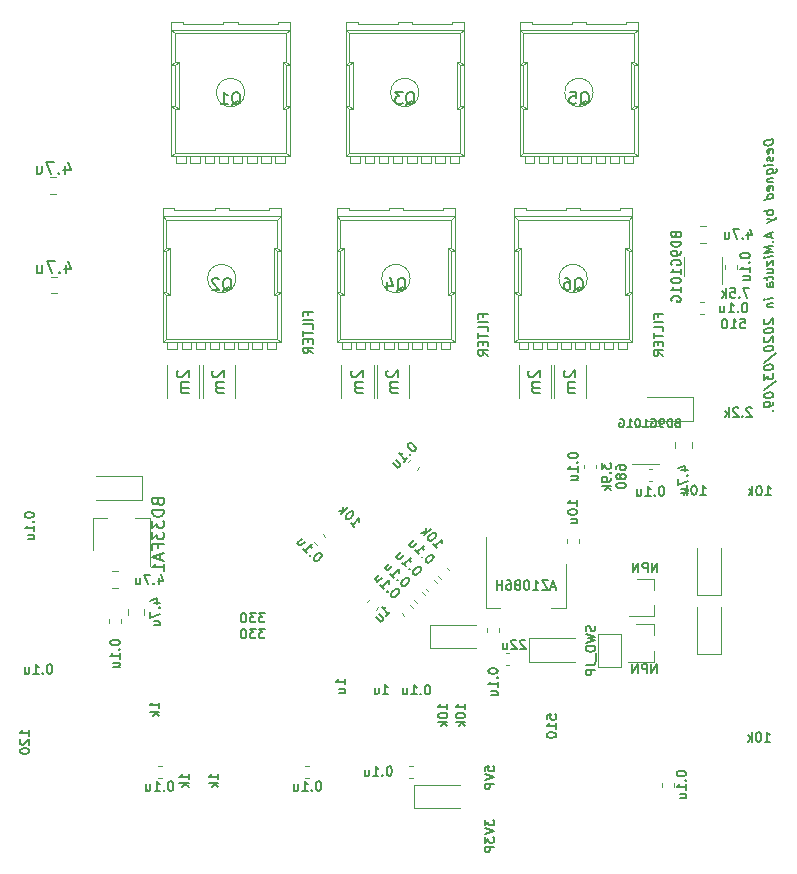
<source format=gbr>
G04 #@! TF.GenerationSoftware,KiCad,Pcbnew,(5.1.5)-3*
G04 #@! TF.CreationDate,2020-03-19T00:28:29+09:00*
G04 #@! TF.ProjectId,CAN_BLDCMD,43414e5f-424c-4444-934d-442e6b696361,rev?*
G04 #@! TF.SameCoordinates,Original*
G04 #@! TF.FileFunction,Legend,Bot*
G04 #@! TF.FilePolarity,Positive*
%FSLAX46Y46*%
G04 Gerber Fmt 4.6, Leading zero omitted, Abs format (unit mm)*
G04 Created by KiCad (PCBNEW (5.1.5)-3) date 2020-03-19 00:28:29*
%MOMM*%
%LPD*%
G04 APERTURE LIST*
%ADD10C,0.200000*%
%ADD11C,0.120000*%
%ADD12C,0.100000*%
%ADD13C,0.150000*%
G04 APERTURE END LIST*
D10*
X235961904Y-68475238D02*
X235161904Y-68575238D01*
X235161904Y-68765714D01*
X235200000Y-68875238D01*
X235276190Y-68941904D01*
X235352380Y-68970476D01*
X235504761Y-68989523D01*
X235619047Y-68975238D01*
X235771428Y-68918095D01*
X235847619Y-68870476D01*
X235923809Y-68784761D01*
X235961904Y-68665714D01*
X235961904Y-68475238D01*
X235923809Y-69584761D02*
X235961904Y-69503809D01*
X235961904Y-69351428D01*
X235923809Y-69280000D01*
X235847619Y-69251428D01*
X235542857Y-69289523D01*
X235466666Y-69337142D01*
X235428571Y-69418095D01*
X235428571Y-69570476D01*
X235466666Y-69641904D01*
X235542857Y-69670476D01*
X235619047Y-69660952D01*
X235695238Y-69270476D01*
X235923809Y-69927619D02*
X235961904Y-69999047D01*
X235961904Y-70151428D01*
X235923809Y-70232380D01*
X235847619Y-70280000D01*
X235809523Y-70284761D01*
X235733333Y-70256190D01*
X235695238Y-70184761D01*
X235695238Y-70070476D01*
X235657142Y-69999047D01*
X235580952Y-69970476D01*
X235542857Y-69975238D01*
X235466666Y-70022857D01*
X235428571Y-70103809D01*
X235428571Y-70218095D01*
X235466666Y-70289523D01*
X235961904Y-70608571D02*
X235428571Y-70675238D01*
X235161904Y-70708571D02*
X235200000Y-70665714D01*
X235238095Y-70699047D01*
X235200000Y-70741904D01*
X235161904Y-70708571D01*
X235238095Y-70699047D01*
X235428571Y-71399047D02*
X236076190Y-71318095D01*
X236152380Y-71270476D01*
X236190476Y-71227619D01*
X236228571Y-71146666D01*
X236228571Y-71032380D01*
X236190476Y-70960952D01*
X235923809Y-71337142D02*
X235961904Y-71256190D01*
X235961904Y-71103809D01*
X235923809Y-71032380D01*
X235885714Y-70999047D01*
X235809523Y-70970476D01*
X235580952Y-70999047D01*
X235504761Y-71046666D01*
X235466666Y-71089523D01*
X235428571Y-71170476D01*
X235428571Y-71322857D01*
X235466666Y-71394285D01*
X235428571Y-71780000D02*
X235961904Y-71713333D01*
X235504761Y-71770476D02*
X235466666Y-71813333D01*
X235428571Y-71894285D01*
X235428571Y-72008571D01*
X235466666Y-72080000D01*
X235542857Y-72108571D01*
X235961904Y-72056190D01*
X235923809Y-72746666D02*
X235961904Y-72665714D01*
X235961904Y-72513333D01*
X235923809Y-72441904D01*
X235847619Y-72413333D01*
X235542857Y-72451428D01*
X235466666Y-72499047D01*
X235428571Y-72580000D01*
X235428571Y-72732380D01*
X235466666Y-72803809D01*
X235542857Y-72832380D01*
X235619047Y-72822857D01*
X235695238Y-72432380D01*
X235961904Y-73465714D02*
X235161904Y-73565714D01*
X235923809Y-73470476D02*
X235961904Y-73389523D01*
X235961904Y-73237142D01*
X235923809Y-73165714D01*
X235885714Y-73132380D01*
X235809523Y-73103809D01*
X235580952Y-73132380D01*
X235504761Y-73180000D01*
X235466666Y-73222857D01*
X235428571Y-73303809D01*
X235428571Y-73456190D01*
X235466666Y-73527619D01*
X235961904Y-74456190D02*
X235161904Y-74556190D01*
X235466666Y-74518095D02*
X235428571Y-74599047D01*
X235428571Y-74751428D01*
X235466666Y-74822857D01*
X235504761Y-74856190D01*
X235580952Y-74884761D01*
X235809523Y-74856190D01*
X235885714Y-74808571D01*
X235923809Y-74765714D01*
X235961904Y-74684761D01*
X235961904Y-74532380D01*
X235923809Y-74460952D01*
X235428571Y-75170476D02*
X235961904Y-75294285D01*
X235428571Y-75551428D02*
X235961904Y-75294285D01*
X236152380Y-75194285D01*
X236190476Y-75151428D01*
X236228571Y-75070476D01*
X235733333Y-76389523D02*
X235733333Y-76770476D01*
X235961904Y-76284761D02*
X235161904Y-76651428D01*
X235961904Y-76818095D01*
X235885714Y-77094285D02*
X235923809Y-77127619D01*
X235961904Y-77084761D01*
X235923809Y-77051428D01*
X235885714Y-77094285D01*
X235961904Y-77084761D01*
X235961904Y-77465714D02*
X235161904Y-77565714D01*
X235733333Y-77760952D01*
X235161904Y-78099047D01*
X235961904Y-77999047D01*
X235961904Y-78380000D02*
X235428571Y-78446666D01*
X235161904Y-78480000D02*
X235200000Y-78437142D01*
X235238095Y-78470476D01*
X235200000Y-78513333D01*
X235161904Y-78480000D01*
X235238095Y-78470476D01*
X235428571Y-78751428D02*
X235428571Y-79170476D01*
X235961904Y-78684761D01*
X235961904Y-79103809D01*
X235428571Y-79818095D02*
X235961904Y-79751428D01*
X235428571Y-79475238D02*
X235847619Y-79422857D01*
X235923809Y-79451428D01*
X235961904Y-79522857D01*
X235961904Y-79637142D01*
X235923809Y-79718095D01*
X235885714Y-79760952D01*
X235428571Y-80084761D02*
X235428571Y-80389523D01*
X235161904Y-80232380D02*
X235847619Y-80146666D01*
X235923809Y-80175238D01*
X235961904Y-80246666D01*
X235961904Y-80322857D01*
X235961904Y-80932380D02*
X235542857Y-80984761D01*
X235466666Y-80956190D01*
X235428571Y-80884761D01*
X235428571Y-80732380D01*
X235466666Y-80651428D01*
X235923809Y-80937142D02*
X235961904Y-80856190D01*
X235961904Y-80665714D01*
X235923809Y-80594285D01*
X235847619Y-80565714D01*
X235771428Y-80575238D01*
X235695238Y-80622857D01*
X235657142Y-80703809D01*
X235657142Y-80894285D01*
X235619047Y-80975238D01*
X235961904Y-81922857D02*
X235428571Y-81989523D01*
X235161904Y-82022857D02*
X235200000Y-81980000D01*
X235238095Y-82013333D01*
X235200000Y-82056190D01*
X235161904Y-82022857D01*
X235238095Y-82013333D01*
X235428571Y-82370476D02*
X235961904Y-82303809D01*
X235504761Y-82360952D02*
X235466666Y-82403809D01*
X235428571Y-82484761D01*
X235428571Y-82599047D01*
X235466666Y-82670476D01*
X235542857Y-82699047D01*
X235961904Y-82646666D01*
X235238095Y-83689523D02*
X235200000Y-83732380D01*
X235161904Y-83813333D01*
X235161904Y-84003809D01*
X235200000Y-84075238D01*
X235238095Y-84108571D01*
X235314285Y-84137142D01*
X235390476Y-84127619D01*
X235504761Y-84075238D01*
X235961904Y-83560952D01*
X235961904Y-84056190D01*
X235161904Y-84651428D02*
X235161904Y-84727619D01*
X235200000Y-84799047D01*
X235238095Y-84832380D01*
X235314285Y-84860952D01*
X235466666Y-84880000D01*
X235657142Y-84856190D01*
X235809523Y-84799047D01*
X235885714Y-84751428D01*
X235923809Y-84708571D01*
X235961904Y-84627619D01*
X235961904Y-84551428D01*
X235923809Y-84480000D01*
X235885714Y-84446666D01*
X235809523Y-84418095D01*
X235657142Y-84399047D01*
X235466666Y-84422857D01*
X235314285Y-84480000D01*
X235238095Y-84527619D01*
X235200000Y-84570476D01*
X235161904Y-84651428D01*
X235238095Y-85213333D02*
X235200000Y-85256190D01*
X235161904Y-85337142D01*
X235161904Y-85527619D01*
X235200000Y-85599047D01*
X235238095Y-85632380D01*
X235314285Y-85660952D01*
X235390476Y-85651428D01*
X235504761Y-85599047D01*
X235961904Y-85084761D01*
X235961904Y-85580000D01*
X235161904Y-86175238D02*
X235161904Y-86251428D01*
X235200000Y-86322857D01*
X235238095Y-86356190D01*
X235314285Y-86384761D01*
X235466666Y-86403809D01*
X235657142Y-86380000D01*
X235809523Y-86322857D01*
X235885714Y-86275238D01*
X235923809Y-86232380D01*
X235961904Y-86151428D01*
X235961904Y-86075238D01*
X235923809Y-86003809D01*
X235885714Y-85970476D01*
X235809523Y-85941904D01*
X235657142Y-85922857D01*
X235466666Y-85946666D01*
X235314285Y-86003809D01*
X235238095Y-86051428D01*
X235200000Y-86094285D01*
X235161904Y-86175238D01*
X235123809Y-87360952D02*
X236152380Y-86546666D01*
X235161904Y-87775238D02*
X235161904Y-87851428D01*
X235200000Y-87922857D01*
X235238095Y-87956190D01*
X235314285Y-87984761D01*
X235466666Y-88003809D01*
X235657142Y-87980000D01*
X235809523Y-87922857D01*
X235885714Y-87875238D01*
X235923809Y-87832380D01*
X235961904Y-87751428D01*
X235961904Y-87675238D01*
X235923809Y-87603809D01*
X235885714Y-87570476D01*
X235809523Y-87541904D01*
X235657142Y-87522857D01*
X235466666Y-87546666D01*
X235314285Y-87603809D01*
X235238095Y-87651428D01*
X235200000Y-87694285D01*
X235161904Y-87775238D01*
X235161904Y-88308571D02*
X235161904Y-88803809D01*
X235466666Y-88499047D01*
X235466666Y-88613333D01*
X235504761Y-88684761D01*
X235542857Y-88718095D01*
X235619047Y-88746666D01*
X235809523Y-88722857D01*
X235885714Y-88675238D01*
X235923809Y-88632380D01*
X235961904Y-88551428D01*
X235961904Y-88322857D01*
X235923809Y-88251428D01*
X235885714Y-88218095D01*
X235123809Y-89722857D02*
X236152380Y-88908571D01*
X235161904Y-90137142D02*
X235161904Y-90213333D01*
X235200000Y-90284761D01*
X235238095Y-90318095D01*
X235314285Y-90346666D01*
X235466666Y-90365714D01*
X235657142Y-90341904D01*
X235809523Y-90284761D01*
X235885714Y-90237142D01*
X235923809Y-90194285D01*
X235961904Y-90113333D01*
X235961904Y-90037142D01*
X235923809Y-89965714D01*
X235885714Y-89932380D01*
X235809523Y-89903809D01*
X235657142Y-89884761D01*
X235466666Y-89908571D01*
X235314285Y-89965714D01*
X235238095Y-90013333D01*
X235200000Y-90056190D01*
X235161904Y-90137142D01*
X235961904Y-90684761D02*
X235961904Y-90837142D01*
X235923809Y-90918095D01*
X235885714Y-90960952D01*
X235771428Y-91051428D01*
X235619047Y-91108571D01*
X235314285Y-91146666D01*
X235238095Y-91118095D01*
X235200000Y-91084761D01*
X235161904Y-91013333D01*
X235161904Y-90860952D01*
X235200000Y-90780000D01*
X235238095Y-90737142D01*
X235314285Y-90689523D01*
X235504761Y-90665714D01*
X235580952Y-90694285D01*
X235619047Y-90727619D01*
X235657142Y-90799047D01*
X235657142Y-90951428D01*
X235619047Y-91032380D01*
X235580952Y-91075238D01*
X235504761Y-91122857D01*
X235885714Y-91418095D02*
X235923809Y-91451428D01*
X235961904Y-91408571D01*
X235923809Y-91375238D01*
X235885714Y-91418095D01*
X235961904Y-91408571D01*
X211511904Y-126059523D02*
X211511904Y-126554761D01*
X211816666Y-126288095D01*
X211816666Y-126402380D01*
X211854761Y-126478571D01*
X211892857Y-126516666D01*
X211969047Y-126554761D01*
X212159523Y-126554761D01*
X212235714Y-126516666D01*
X212273809Y-126478571D01*
X212311904Y-126402380D01*
X212311904Y-126173809D01*
X212273809Y-126097619D01*
X212235714Y-126059523D01*
X211511904Y-126783333D02*
X212311904Y-127050000D01*
X211511904Y-127316666D01*
X211511904Y-127507142D02*
X211511904Y-128002380D01*
X211816666Y-127735714D01*
X211816666Y-127850000D01*
X211854761Y-127926190D01*
X211892857Y-127964285D01*
X211969047Y-128002380D01*
X212159523Y-128002380D01*
X212235714Y-127964285D01*
X212273809Y-127926190D01*
X212311904Y-127850000D01*
X212311904Y-127621428D01*
X212273809Y-127545238D01*
X212235714Y-127507142D01*
X212311904Y-128345238D02*
X211511904Y-128345238D01*
X211511904Y-128650000D01*
X211550000Y-128726190D01*
X211588095Y-128764285D01*
X211664285Y-128802380D01*
X211778571Y-128802380D01*
X211854761Y-128764285D01*
X211892857Y-128726190D01*
X211930952Y-128650000D01*
X211930952Y-128345238D01*
X211511904Y-121947619D02*
X211511904Y-121566666D01*
X211892857Y-121528571D01*
X211854761Y-121566666D01*
X211816666Y-121642857D01*
X211816666Y-121833333D01*
X211854761Y-121909523D01*
X211892857Y-121947619D01*
X211969047Y-121985714D01*
X212159523Y-121985714D01*
X212235714Y-121947619D01*
X212273809Y-121909523D01*
X212311904Y-121833333D01*
X212311904Y-121642857D01*
X212273809Y-121566666D01*
X212235714Y-121528571D01*
X211511904Y-122214285D02*
X212311904Y-122480952D01*
X211511904Y-122747619D01*
X212311904Y-123014285D02*
X211511904Y-123014285D01*
X211511904Y-123319047D01*
X211550000Y-123395238D01*
X211588095Y-123433333D01*
X211664285Y-123471428D01*
X211778571Y-123471428D01*
X211854761Y-123433333D01*
X211892857Y-123395238D01*
X211930952Y-123319047D01*
X211930952Y-123014285D01*
D11*
X204474273Y-108595522D02*
X204704478Y-108825727D01*
X205195522Y-107874273D02*
X205425727Y-108104478D01*
X179740000Y-109087221D02*
X179740000Y-109412779D01*
X180760000Y-109087221D02*
X180760000Y-109412779D01*
X219940000Y-96322779D02*
X219940000Y-95997221D01*
X220960000Y-96322779D02*
X220960000Y-95997221D01*
X205745522Y-96475727D02*
X205975727Y-96245522D01*
X205024273Y-95754478D02*
X205254478Y-95524273D01*
X225712779Y-96340000D02*
X225387221Y-96340000D01*
X225712779Y-97360000D02*
X225387221Y-97360000D01*
X197304478Y-102825727D02*
X197074273Y-102595522D01*
X198025727Y-102104478D02*
X197795522Y-101874273D01*
X229060000Y-94091422D02*
X229060000Y-94608578D01*
X227640000Y-94091422D02*
X227640000Y-94608578D01*
X202525727Y-108095522D02*
X202295522Y-108325727D01*
X201804478Y-107374273D02*
X201574273Y-107604478D01*
X219510000Y-102662779D02*
X219510000Y-102337221D01*
X218490000Y-102662779D02*
X218490000Y-102337221D01*
X183837221Y-122510000D02*
X184162779Y-122510000D01*
X183837221Y-121490000D02*
X184162779Y-121490000D01*
X212760000Y-109837221D02*
X212760000Y-110162779D01*
X211740000Y-109837221D02*
X211740000Y-110162779D01*
X196337221Y-122510000D02*
X196662779Y-122510000D01*
X196337221Y-121490000D02*
X196662779Y-121490000D01*
X205087221Y-122510000D02*
X205412779Y-122510000D01*
X205087221Y-121490000D02*
X205412779Y-121490000D01*
X213612779Y-113010000D02*
X213287221Y-113010000D01*
X213612779Y-111990000D02*
X213287221Y-111990000D01*
X206245522Y-106774273D02*
X206475727Y-107004478D01*
X205524273Y-107495522D02*
X205754478Y-107725727D01*
X206524273Y-106495522D02*
X206754478Y-106725727D01*
X207245522Y-105774273D02*
X207475727Y-106004478D01*
X208295522Y-104724273D02*
X208525727Y-104954478D01*
X207574273Y-105445522D02*
X207804478Y-105675727D01*
X229787221Y-83260000D02*
X230112779Y-83260000D01*
X229787221Y-82240000D02*
X230112779Y-82240000D01*
X232910000Y-79087221D02*
X232910000Y-79412779D01*
X231890000Y-79087221D02*
X231890000Y-79412779D01*
X229741422Y-75790000D02*
X230258578Y-75790000D01*
X229741422Y-77210000D02*
X230258578Y-77210000D01*
X175258578Y-71690000D02*
X174741422Y-71690000D01*
X175258578Y-73110000D02*
X174741422Y-73110000D01*
X175308578Y-80090000D02*
X174791422Y-80090000D01*
X175308578Y-81510000D02*
X174791422Y-81510000D01*
X215300000Y-112700000D02*
X215300000Y-110700000D01*
X215300000Y-110700000D02*
X219200000Y-110700000D01*
X215300000Y-112700000D02*
X219200000Y-112700000D01*
X206850000Y-111550000D02*
X210750000Y-111550000D01*
X206850000Y-109550000D02*
X210750000Y-109550000D01*
X206850000Y-111550000D02*
X206850000Y-109550000D01*
X205550000Y-125100000D02*
X209450000Y-125100000D01*
X205550000Y-123100000D02*
X209450000Y-123100000D01*
X205550000Y-125100000D02*
X205550000Y-123100000D01*
X229150000Y-90300000D02*
X225250000Y-90300000D01*
X229150000Y-92300000D02*
X225250000Y-92300000D01*
X229150000Y-90300000D02*
X229150000Y-92300000D01*
X221100000Y-113150000D02*
X223100000Y-113150000D01*
X221100000Y-110350000D02*
X221100000Y-113150000D01*
X223100000Y-110350000D02*
X221100000Y-110350000D01*
X223100000Y-113150000D02*
X223100000Y-110350000D01*
X224700000Y-92750000D02*
X226300000Y-92750000D01*
X226300000Y-95950000D02*
X224000000Y-95950000D01*
X218410000Y-108160000D02*
X217150000Y-108160000D01*
X211590000Y-108160000D02*
X212850000Y-108160000D01*
X218410000Y-104400000D02*
X218410000Y-108160000D01*
X211590000Y-102150000D02*
X211590000Y-108160000D01*
X231600000Y-78450000D02*
X231600000Y-80750000D01*
X228400000Y-80050000D02*
X228400000Y-78450000D01*
X179991422Y-105040000D02*
X180508578Y-105040000D01*
X179991422Y-106460000D02*
X180508578Y-106460000D01*
X181290000Y-108241422D02*
X181290000Y-108758578D01*
X182710000Y-108241422D02*
X182710000Y-108758578D01*
D12*
X191200000Y-64500000D02*
G75*
G03X191200000Y-64500000I-1200000J0D01*
G01*
X195000000Y-59200000D02*
X185000000Y-59200000D01*
X185300000Y-59500000D02*
X185000000Y-59200000D01*
X194700000Y-59500000D02*
X185300000Y-59500000D01*
X195000000Y-59200000D02*
X194700000Y-59500000D01*
X195000000Y-69900000D02*
X185000000Y-69900000D01*
X185000000Y-69900000D02*
X185300000Y-69600000D01*
X194700000Y-69600000D02*
X195000000Y-69900000D01*
X194700000Y-69600000D02*
X185300000Y-69600000D01*
X185000000Y-69900000D02*
X185000000Y-59200000D01*
X195000000Y-59200000D02*
X195000000Y-69900000D01*
X194700000Y-65900000D02*
X195000000Y-65600000D01*
X194700000Y-65900000D02*
X194700000Y-69600000D01*
X194700000Y-61900000D02*
X195000000Y-62200000D01*
X194700000Y-61900000D02*
X194700000Y-59500000D01*
X194400000Y-61900000D02*
X194700000Y-61900000D01*
X194400000Y-65900000D02*
X194400000Y-61900000D01*
X194700000Y-65900000D02*
X194400000Y-65900000D01*
X194700000Y-62200000D02*
X195000000Y-62200000D01*
X194400000Y-61900000D02*
X194700000Y-62200000D01*
X194700000Y-65600000D02*
X194400000Y-65900000D01*
X194700000Y-62200000D02*
X194700000Y-65600000D01*
X194700000Y-65600000D02*
X195000000Y-65600000D01*
X185300000Y-61900000D02*
X185000000Y-62200000D01*
X185300000Y-61900000D02*
X185300000Y-59500000D01*
X185300000Y-65900000D02*
X185000000Y-65600000D01*
X185300000Y-69600000D02*
X185300000Y-65900000D01*
X185600000Y-61900000D02*
X185300000Y-61900000D01*
X185600000Y-65900000D02*
X185600000Y-61900000D01*
X185300000Y-65900000D02*
X185600000Y-65900000D01*
X185300000Y-62200000D02*
X185000000Y-62200000D01*
X185600000Y-61900000D02*
X185300000Y-62200000D01*
X185300000Y-65600000D02*
X185600000Y-65900000D01*
X185300000Y-62200000D02*
X185300000Y-65600000D01*
X185300000Y-65600000D02*
X185000000Y-65600000D01*
X194600000Y-69900000D02*
X194600000Y-70500000D01*
X193800000Y-70500000D02*
X194600000Y-70500000D01*
X193800000Y-69900000D02*
X193800000Y-70500000D01*
X189000000Y-70500000D02*
X189000000Y-69900000D01*
X189800000Y-70500000D02*
X189000000Y-70500000D01*
X189800000Y-69900000D02*
X189800000Y-70500000D01*
X191000000Y-70500000D02*
X191000000Y-69900000D01*
X190200000Y-70500000D02*
X191000000Y-70500000D01*
X190200000Y-69900000D02*
X190200000Y-70500000D01*
X187800000Y-70500000D02*
X187800000Y-69900000D01*
X188600000Y-70500000D02*
X187800000Y-70500000D01*
X188600000Y-69900000D02*
X188600000Y-70500000D01*
X186600000Y-70500000D02*
X186600000Y-69900000D01*
X187400000Y-70500000D02*
X186600000Y-70500000D01*
X187400000Y-69900000D02*
X187400000Y-70500000D01*
X185400000Y-70500000D02*
X185400000Y-69900000D01*
X186200000Y-70500000D02*
X185400000Y-70500000D01*
X186200000Y-69900000D02*
X186200000Y-70500000D01*
X192200000Y-70500000D02*
X192200000Y-69900000D01*
X191400000Y-70500000D02*
X192200000Y-70500000D01*
X191400000Y-69900000D02*
X191400000Y-70500000D01*
X193400000Y-70500000D02*
X193400000Y-69900000D01*
X192600000Y-70500000D02*
X193400000Y-70500000D01*
X192600000Y-69900000D02*
X192600000Y-70500000D01*
X195000000Y-58500000D02*
X195000000Y-59200000D01*
X185000000Y-58500000D02*
X185000000Y-59200000D01*
X189400000Y-58500000D02*
X189400000Y-58700000D01*
X186000000Y-58500000D02*
X186000000Y-58700000D01*
X186000000Y-58700000D02*
X189400000Y-58700000D01*
X194000000Y-58700000D02*
X194000000Y-58500000D01*
X190600000Y-58700000D02*
X194000000Y-58700000D01*
X190600000Y-58500000D02*
X190600000Y-58700000D01*
X194000000Y-58500000D02*
X195000000Y-58500000D01*
X190600000Y-58500000D02*
X189400000Y-58500000D01*
X186000000Y-58500000D02*
X185000000Y-58500000D01*
X185250000Y-74250000D02*
X184250000Y-74250000D01*
X189850000Y-74250000D02*
X188650000Y-74250000D01*
X193250000Y-74250000D02*
X194250000Y-74250000D01*
X189850000Y-74250000D02*
X189850000Y-74450000D01*
X189850000Y-74450000D02*
X193250000Y-74450000D01*
X193250000Y-74450000D02*
X193250000Y-74250000D01*
X185250000Y-74450000D02*
X188650000Y-74450000D01*
X185250000Y-74250000D02*
X185250000Y-74450000D01*
X188650000Y-74250000D02*
X188650000Y-74450000D01*
X184250000Y-74250000D02*
X184250000Y-74950000D01*
X194250000Y-74250000D02*
X194250000Y-74950000D01*
X191850000Y-85650000D02*
X191850000Y-86250000D01*
X191850000Y-86250000D02*
X192650000Y-86250000D01*
X192650000Y-86250000D02*
X192650000Y-85650000D01*
X190650000Y-85650000D02*
X190650000Y-86250000D01*
X190650000Y-86250000D02*
X191450000Y-86250000D01*
X191450000Y-86250000D02*
X191450000Y-85650000D01*
X185450000Y-85650000D02*
X185450000Y-86250000D01*
X185450000Y-86250000D02*
X184650000Y-86250000D01*
X184650000Y-86250000D02*
X184650000Y-85650000D01*
X186650000Y-85650000D02*
X186650000Y-86250000D01*
X186650000Y-86250000D02*
X185850000Y-86250000D01*
X185850000Y-86250000D02*
X185850000Y-85650000D01*
X187850000Y-85650000D02*
X187850000Y-86250000D01*
X187850000Y-86250000D02*
X187050000Y-86250000D01*
X187050000Y-86250000D02*
X187050000Y-85650000D01*
X189450000Y-85650000D02*
X189450000Y-86250000D01*
X189450000Y-86250000D02*
X190250000Y-86250000D01*
X190250000Y-86250000D02*
X190250000Y-85650000D01*
X189050000Y-85650000D02*
X189050000Y-86250000D01*
X189050000Y-86250000D02*
X188250000Y-86250000D01*
X188250000Y-86250000D02*
X188250000Y-85650000D01*
X193050000Y-85650000D02*
X193050000Y-86250000D01*
X193050000Y-86250000D02*
X193850000Y-86250000D01*
X193850000Y-85650000D02*
X193850000Y-86250000D01*
X184550000Y-81350000D02*
X184250000Y-81350000D01*
X184550000Y-77950000D02*
X184550000Y-81350000D01*
X184550000Y-81350000D02*
X184850000Y-81650000D01*
X184850000Y-77650000D02*
X184550000Y-77950000D01*
X184550000Y-77950000D02*
X184250000Y-77950000D01*
X184550000Y-81650000D02*
X184850000Y-81650000D01*
X184850000Y-81650000D02*
X184850000Y-77650000D01*
X184850000Y-77650000D02*
X184550000Y-77650000D01*
X184550000Y-85350000D02*
X184550000Y-81650000D01*
X184550000Y-81650000D02*
X184250000Y-81350000D01*
X184550000Y-77650000D02*
X184550000Y-75250000D01*
X184550000Y-77650000D02*
X184250000Y-77950000D01*
X193950000Y-81350000D02*
X194250000Y-81350000D01*
X193950000Y-77950000D02*
X193950000Y-81350000D01*
X193950000Y-81350000D02*
X193650000Y-81650000D01*
X193650000Y-77650000D02*
X193950000Y-77950000D01*
X193950000Y-77950000D02*
X194250000Y-77950000D01*
X193950000Y-81650000D02*
X193650000Y-81650000D01*
X193650000Y-81650000D02*
X193650000Y-77650000D01*
X193650000Y-77650000D02*
X193950000Y-77650000D01*
X193950000Y-77650000D02*
X193950000Y-75250000D01*
X193950000Y-77650000D02*
X194250000Y-77950000D01*
X193950000Y-81650000D02*
X193950000Y-85350000D01*
X193950000Y-81650000D02*
X194250000Y-81350000D01*
X194250000Y-74950000D02*
X194250000Y-85650000D01*
X184250000Y-85650000D02*
X184250000Y-74950000D01*
X193950000Y-85350000D02*
X184550000Y-85350000D01*
X193950000Y-85350000D02*
X194250000Y-85650000D01*
X184250000Y-85650000D02*
X184550000Y-85350000D01*
X194250000Y-85650000D02*
X184250000Y-85650000D01*
X194250000Y-74950000D02*
X193950000Y-75250000D01*
X193950000Y-75250000D02*
X184550000Y-75250000D01*
X184550000Y-75250000D02*
X184250000Y-74950000D01*
X194250000Y-74950000D02*
X184250000Y-74950000D01*
X190450000Y-80250000D02*
G75*
G03X190450000Y-80250000I-1200000J0D01*
G01*
X205950000Y-64500000D02*
G75*
G03X205950000Y-64500000I-1200000J0D01*
G01*
X209750000Y-59200000D02*
X199750000Y-59200000D01*
X200050000Y-59500000D02*
X199750000Y-59200000D01*
X209450000Y-59500000D02*
X200050000Y-59500000D01*
X209750000Y-59200000D02*
X209450000Y-59500000D01*
X209750000Y-69900000D02*
X199750000Y-69900000D01*
X199750000Y-69900000D02*
X200050000Y-69600000D01*
X209450000Y-69600000D02*
X209750000Y-69900000D01*
X209450000Y-69600000D02*
X200050000Y-69600000D01*
X199750000Y-69900000D02*
X199750000Y-59200000D01*
X209750000Y-59200000D02*
X209750000Y-69900000D01*
X209450000Y-65900000D02*
X209750000Y-65600000D01*
X209450000Y-65900000D02*
X209450000Y-69600000D01*
X209450000Y-61900000D02*
X209750000Y-62200000D01*
X209450000Y-61900000D02*
X209450000Y-59500000D01*
X209150000Y-61900000D02*
X209450000Y-61900000D01*
X209150000Y-65900000D02*
X209150000Y-61900000D01*
X209450000Y-65900000D02*
X209150000Y-65900000D01*
X209450000Y-62200000D02*
X209750000Y-62200000D01*
X209150000Y-61900000D02*
X209450000Y-62200000D01*
X209450000Y-65600000D02*
X209150000Y-65900000D01*
X209450000Y-62200000D02*
X209450000Y-65600000D01*
X209450000Y-65600000D02*
X209750000Y-65600000D01*
X200050000Y-61900000D02*
X199750000Y-62200000D01*
X200050000Y-61900000D02*
X200050000Y-59500000D01*
X200050000Y-65900000D02*
X199750000Y-65600000D01*
X200050000Y-69600000D02*
X200050000Y-65900000D01*
X200350000Y-61900000D02*
X200050000Y-61900000D01*
X200350000Y-65900000D02*
X200350000Y-61900000D01*
X200050000Y-65900000D02*
X200350000Y-65900000D01*
X200050000Y-62200000D02*
X199750000Y-62200000D01*
X200350000Y-61900000D02*
X200050000Y-62200000D01*
X200050000Y-65600000D02*
X200350000Y-65900000D01*
X200050000Y-62200000D02*
X200050000Y-65600000D01*
X200050000Y-65600000D02*
X199750000Y-65600000D01*
X209350000Y-69900000D02*
X209350000Y-70500000D01*
X208550000Y-70500000D02*
X209350000Y-70500000D01*
X208550000Y-69900000D02*
X208550000Y-70500000D01*
X203750000Y-70500000D02*
X203750000Y-69900000D01*
X204550000Y-70500000D02*
X203750000Y-70500000D01*
X204550000Y-69900000D02*
X204550000Y-70500000D01*
X205750000Y-70500000D02*
X205750000Y-69900000D01*
X204950000Y-70500000D02*
X205750000Y-70500000D01*
X204950000Y-69900000D02*
X204950000Y-70500000D01*
X202550000Y-70500000D02*
X202550000Y-69900000D01*
X203350000Y-70500000D02*
X202550000Y-70500000D01*
X203350000Y-69900000D02*
X203350000Y-70500000D01*
X201350000Y-70500000D02*
X201350000Y-69900000D01*
X202150000Y-70500000D02*
X201350000Y-70500000D01*
X202150000Y-69900000D02*
X202150000Y-70500000D01*
X200150000Y-70500000D02*
X200150000Y-69900000D01*
X200950000Y-70500000D02*
X200150000Y-70500000D01*
X200950000Y-69900000D02*
X200950000Y-70500000D01*
X206950000Y-70500000D02*
X206950000Y-69900000D01*
X206150000Y-70500000D02*
X206950000Y-70500000D01*
X206150000Y-69900000D02*
X206150000Y-70500000D01*
X208150000Y-70500000D02*
X208150000Y-69900000D01*
X207350000Y-70500000D02*
X208150000Y-70500000D01*
X207350000Y-69900000D02*
X207350000Y-70500000D01*
X209750000Y-58500000D02*
X209750000Y-59200000D01*
X199750000Y-58500000D02*
X199750000Y-59200000D01*
X204150000Y-58500000D02*
X204150000Y-58700000D01*
X200750000Y-58500000D02*
X200750000Y-58700000D01*
X200750000Y-58700000D02*
X204150000Y-58700000D01*
X208750000Y-58700000D02*
X208750000Y-58500000D01*
X205350000Y-58700000D02*
X208750000Y-58700000D01*
X205350000Y-58500000D02*
X205350000Y-58700000D01*
X208750000Y-58500000D02*
X209750000Y-58500000D01*
X205350000Y-58500000D02*
X204150000Y-58500000D01*
X200750000Y-58500000D02*
X199750000Y-58500000D01*
X200000000Y-74250000D02*
X199000000Y-74250000D01*
X204600000Y-74250000D02*
X203400000Y-74250000D01*
X208000000Y-74250000D02*
X209000000Y-74250000D01*
X204600000Y-74250000D02*
X204600000Y-74450000D01*
X204600000Y-74450000D02*
X208000000Y-74450000D01*
X208000000Y-74450000D02*
X208000000Y-74250000D01*
X200000000Y-74450000D02*
X203400000Y-74450000D01*
X200000000Y-74250000D02*
X200000000Y-74450000D01*
X203400000Y-74250000D02*
X203400000Y-74450000D01*
X199000000Y-74250000D02*
X199000000Y-74950000D01*
X209000000Y-74250000D02*
X209000000Y-74950000D01*
X206600000Y-85650000D02*
X206600000Y-86250000D01*
X206600000Y-86250000D02*
X207400000Y-86250000D01*
X207400000Y-86250000D02*
X207400000Y-85650000D01*
X205400000Y-85650000D02*
X205400000Y-86250000D01*
X205400000Y-86250000D02*
X206200000Y-86250000D01*
X206200000Y-86250000D02*
X206200000Y-85650000D01*
X200200000Y-85650000D02*
X200200000Y-86250000D01*
X200200000Y-86250000D02*
X199400000Y-86250000D01*
X199400000Y-86250000D02*
X199400000Y-85650000D01*
X201400000Y-85650000D02*
X201400000Y-86250000D01*
X201400000Y-86250000D02*
X200600000Y-86250000D01*
X200600000Y-86250000D02*
X200600000Y-85650000D01*
X202600000Y-85650000D02*
X202600000Y-86250000D01*
X202600000Y-86250000D02*
X201800000Y-86250000D01*
X201800000Y-86250000D02*
X201800000Y-85650000D01*
X204200000Y-85650000D02*
X204200000Y-86250000D01*
X204200000Y-86250000D02*
X205000000Y-86250000D01*
X205000000Y-86250000D02*
X205000000Y-85650000D01*
X203800000Y-85650000D02*
X203800000Y-86250000D01*
X203800000Y-86250000D02*
X203000000Y-86250000D01*
X203000000Y-86250000D02*
X203000000Y-85650000D01*
X207800000Y-85650000D02*
X207800000Y-86250000D01*
X207800000Y-86250000D02*
X208600000Y-86250000D01*
X208600000Y-85650000D02*
X208600000Y-86250000D01*
X199300000Y-81350000D02*
X199000000Y-81350000D01*
X199300000Y-77950000D02*
X199300000Y-81350000D01*
X199300000Y-81350000D02*
X199600000Y-81650000D01*
X199600000Y-77650000D02*
X199300000Y-77950000D01*
X199300000Y-77950000D02*
X199000000Y-77950000D01*
X199300000Y-81650000D02*
X199600000Y-81650000D01*
X199600000Y-81650000D02*
X199600000Y-77650000D01*
X199600000Y-77650000D02*
X199300000Y-77650000D01*
X199300000Y-85350000D02*
X199300000Y-81650000D01*
X199300000Y-81650000D02*
X199000000Y-81350000D01*
X199300000Y-77650000D02*
X199300000Y-75250000D01*
X199300000Y-77650000D02*
X199000000Y-77950000D01*
X208700000Y-81350000D02*
X209000000Y-81350000D01*
X208700000Y-77950000D02*
X208700000Y-81350000D01*
X208700000Y-81350000D02*
X208400000Y-81650000D01*
X208400000Y-77650000D02*
X208700000Y-77950000D01*
X208700000Y-77950000D02*
X209000000Y-77950000D01*
X208700000Y-81650000D02*
X208400000Y-81650000D01*
X208400000Y-81650000D02*
X208400000Y-77650000D01*
X208400000Y-77650000D02*
X208700000Y-77650000D01*
X208700000Y-77650000D02*
X208700000Y-75250000D01*
X208700000Y-77650000D02*
X209000000Y-77950000D01*
X208700000Y-81650000D02*
X208700000Y-85350000D01*
X208700000Y-81650000D02*
X209000000Y-81350000D01*
X209000000Y-74950000D02*
X209000000Y-85650000D01*
X199000000Y-85650000D02*
X199000000Y-74950000D01*
X208700000Y-85350000D02*
X199300000Y-85350000D01*
X208700000Y-85350000D02*
X209000000Y-85650000D01*
X199000000Y-85650000D02*
X199300000Y-85350000D01*
X209000000Y-85650000D02*
X199000000Y-85650000D01*
X209000000Y-74950000D02*
X208700000Y-75250000D01*
X208700000Y-75250000D02*
X199300000Y-75250000D01*
X199300000Y-75250000D02*
X199000000Y-74950000D01*
X209000000Y-74950000D02*
X199000000Y-74950000D01*
X205200000Y-80250000D02*
G75*
G03X205200000Y-80250000I-1200000J0D01*
G01*
X220700000Y-64500000D02*
G75*
G03X220700000Y-64500000I-1200000J0D01*
G01*
X224500000Y-59200000D02*
X214500000Y-59200000D01*
X214800000Y-59500000D02*
X214500000Y-59200000D01*
X224200000Y-59500000D02*
X214800000Y-59500000D01*
X224500000Y-59200000D02*
X224200000Y-59500000D01*
X224500000Y-69900000D02*
X214500000Y-69900000D01*
X214500000Y-69900000D02*
X214800000Y-69600000D01*
X224200000Y-69600000D02*
X224500000Y-69900000D01*
X224200000Y-69600000D02*
X214800000Y-69600000D01*
X214500000Y-69900000D02*
X214500000Y-59200000D01*
X224500000Y-59200000D02*
X224500000Y-69900000D01*
X224200000Y-65900000D02*
X224500000Y-65600000D01*
X224200000Y-65900000D02*
X224200000Y-69600000D01*
X224200000Y-61900000D02*
X224500000Y-62200000D01*
X224200000Y-61900000D02*
X224200000Y-59500000D01*
X223900000Y-61900000D02*
X224200000Y-61900000D01*
X223900000Y-65900000D02*
X223900000Y-61900000D01*
X224200000Y-65900000D02*
X223900000Y-65900000D01*
X224200000Y-62200000D02*
X224500000Y-62200000D01*
X223900000Y-61900000D02*
X224200000Y-62200000D01*
X224200000Y-65600000D02*
X223900000Y-65900000D01*
X224200000Y-62200000D02*
X224200000Y-65600000D01*
X224200000Y-65600000D02*
X224500000Y-65600000D01*
X214800000Y-61900000D02*
X214500000Y-62200000D01*
X214800000Y-61900000D02*
X214800000Y-59500000D01*
X214800000Y-65900000D02*
X214500000Y-65600000D01*
X214800000Y-69600000D02*
X214800000Y-65900000D01*
X215100000Y-61900000D02*
X214800000Y-61900000D01*
X215100000Y-65900000D02*
X215100000Y-61900000D01*
X214800000Y-65900000D02*
X215100000Y-65900000D01*
X214800000Y-62200000D02*
X214500000Y-62200000D01*
X215100000Y-61900000D02*
X214800000Y-62200000D01*
X214800000Y-65600000D02*
X215100000Y-65900000D01*
X214800000Y-62200000D02*
X214800000Y-65600000D01*
X214800000Y-65600000D02*
X214500000Y-65600000D01*
X224100000Y-69900000D02*
X224100000Y-70500000D01*
X223300000Y-70500000D02*
X224100000Y-70500000D01*
X223300000Y-69900000D02*
X223300000Y-70500000D01*
X218500000Y-70500000D02*
X218500000Y-69900000D01*
X219300000Y-70500000D02*
X218500000Y-70500000D01*
X219300000Y-69900000D02*
X219300000Y-70500000D01*
X220500000Y-70500000D02*
X220500000Y-69900000D01*
X219700000Y-70500000D02*
X220500000Y-70500000D01*
X219700000Y-69900000D02*
X219700000Y-70500000D01*
X217300000Y-70500000D02*
X217300000Y-69900000D01*
X218100000Y-70500000D02*
X217300000Y-70500000D01*
X218100000Y-69900000D02*
X218100000Y-70500000D01*
X216100000Y-70500000D02*
X216100000Y-69900000D01*
X216900000Y-70500000D02*
X216100000Y-70500000D01*
X216900000Y-69900000D02*
X216900000Y-70500000D01*
X214900000Y-70500000D02*
X214900000Y-69900000D01*
X215700000Y-70500000D02*
X214900000Y-70500000D01*
X215700000Y-69900000D02*
X215700000Y-70500000D01*
X221700000Y-70500000D02*
X221700000Y-69900000D01*
X220900000Y-70500000D02*
X221700000Y-70500000D01*
X220900000Y-69900000D02*
X220900000Y-70500000D01*
X222900000Y-70500000D02*
X222900000Y-69900000D01*
X222100000Y-70500000D02*
X222900000Y-70500000D01*
X222100000Y-69900000D02*
X222100000Y-70500000D01*
X224500000Y-58500000D02*
X224500000Y-59200000D01*
X214500000Y-58500000D02*
X214500000Y-59200000D01*
X218900000Y-58500000D02*
X218900000Y-58700000D01*
X215500000Y-58500000D02*
X215500000Y-58700000D01*
X215500000Y-58700000D02*
X218900000Y-58700000D01*
X223500000Y-58700000D02*
X223500000Y-58500000D01*
X220100000Y-58700000D02*
X223500000Y-58700000D01*
X220100000Y-58500000D02*
X220100000Y-58700000D01*
X223500000Y-58500000D02*
X224500000Y-58500000D01*
X220100000Y-58500000D02*
X218900000Y-58500000D01*
X215500000Y-58500000D02*
X214500000Y-58500000D01*
X215000000Y-74250000D02*
X214000000Y-74250000D01*
X219600000Y-74250000D02*
X218400000Y-74250000D01*
X223000000Y-74250000D02*
X224000000Y-74250000D01*
X219600000Y-74250000D02*
X219600000Y-74450000D01*
X219600000Y-74450000D02*
X223000000Y-74450000D01*
X223000000Y-74450000D02*
X223000000Y-74250000D01*
X215000000Y-74450000D02*
X218400000Y-74450000D01*
X215000000Y-74250000D02*
X215000000Y-74450000D01*
X218400000Y-74250000D02*
X218400000Y-74450000D01*
X214000000Y-74250000D02*
X214000000Y-74950000D01*
X224000000Y-74250000D02*
X224000000Y-74950000D01*
X221600000Y-85650000D02*
X221600000Y-86250000D01*
X221600000Y-86250000D02*
X222400000Y-86250000D01*
X222400000Y-86250000D02*
X222400000Y-85650000D01*
X220400000Y-85650000D02*
X220400000Y-86250000D01*
X220400000Y-86250000D02*
X221200000Y-86250000D01*
X221200000Y-86250000D02*
X221200000Y-85650000D01*
X215200000Y-85650000D02*
X215200000Y-86250000D01*
X215200000Y-86250000D02*
X214400000Y-86250000D01*
X214400000Y-86250000D02*
X214400000Y-85650000D01*
X216400000Y-85650000D02*
X216400000Y-86250000D01*
X216400000Y-86250000D02*
X215600000Y-86250000D01*
X215600000Y-86250000D02*
X215600000Y-85650000D01*
X217600000Y-85650000D02*
X217600000Y-86250000D01*
X217600000Y-86250000D02*
X216800000Y-86250000D01*
X216800000Y-86250000D02*
X216800000Y-85650000D01*
X219200000Y-85650000D02*
X219200000Y-86250000D01*
X219200000Y-86250000D02*
X220000000Y-86250000D01*
X220000000Y-86250000D02*
X220000000Y-85650000D01*
X218800000Y-85650000D02*
X218800000Y-86250000D01*
X218800000Y-86250000D02*
X218000000Y-86250000D01*
X218000000Y-86250000D02*
X218000000Y-85650000D01*
X222800000Y-85650000D02*
X222800000Y-86250000D01*
X222800000Y-86250000D02*
X223600000Y-86250000D01*
X223600000Y-85650000D02*
X223600000Y-86250000D01*
X214300000Y-81350000D02*
X214000000Y-81350000D01*
X214300000Y-77950000D02*
X214300000Y-81350000D01*
X214300000Y-81350000D02*
X214600000Y-81650000D01*
X214600000Y-77650000D02*
X214300000Y-77950000D01*
X214300000Y-77950000D02*
X214000000Y-77950000D01*
X214300000Y-81650000D02*
X214600000Y-81650000D01*
X214600000Y-81650000D02*
X214600000Y-77650000D01*
X214600000Y-77650000D02*
X214300000Y-77650000D01*
X214300000Y-85350000D02*
X214300000Y-81650000D01*
X214300000Y-81650000D02*
X214000000Y-81350000D01*
X214300000Y-77650000D02*
X214300000Y-75250000D01*
X214300000Y-77650000D02*
X214000000Y-77950000D01*
X223700000Y-81350000D02*
X224000000Y-81350000D01*
X223700000Y-77950000D02*
X223700000Y-81350000D01*
X223700000Y-81350000D02*
X223400000Y-81650000D01*
X223400000Y-77650000D02*
X223700000Y-77950000D01*
X223700000Y-77950000D02*
X224000000Y-77950000D01*
X223700000Y-81650000D02*
X223400000Y-81650000D01*
X223400000Y-81650000D02*
X223400000Y-77650000D01*
X223400000Y-77650000D02*
X223700000Y-77650000D01*
X223700000Y-77650000D02*
X223700000Y-75250000D01*
X223700000Y-77650000D02*
X224000000Y-77950000D01*
X223700000Y-81650000D02*
X223700000Y-85350000D01*
X223700000Y-81650000D02*
X224000000Y-81350000D01*
X224000000Y-74950000D02*
X224000000Y-85650000D01*
X214000000Y-85650000D02*
X214000000Y-74950000D01*
X223700000Y-85350000D02*
X214300000Y-85350000D01*
X223700000Y-85350000D02*
X224000000Y-85650000D01*
X214000000Y-85650000D02*
X214300000Y-85350000D01*
X224000000Y-85650000D02*
X214000000Y-85650000D01*
X224000000Y-74950000D02*
X223700000Y-75250000D01*
X223700000Y-75250000D02*
X214300000Y-75250000D01*
X214300000Y-75250000D02*
X214000000Y-74950000D01*
X224000000Y-74950000D02*
X214000000Y-74950000D01*
X220200000Y-80250000D02*
G75*
G03X220200000Y-80250000I-1200000J0D01*
G01*
D11*
X184640000Y-87597936D02*
X184640000Y-90402064D01*
X187360000Y-87597936D02*
X187360000Y-90402064D01*
X199390000Y-87597936D02*
X199390000Y-90402064D01*
X202110000Y-87597936D02*
X202110000Y-90402064D01*
X217110000Y-87597936D02*
X217110000Y-90402064D01*
X214390000Y-87597936D02*
X214390000Y-90402064D01*
X190360000Y-87597936D02*
X190360000Y-90402064D01*
X187640000Y-87597936D02*
X187640000Y-90402064D01*
X205110000Y-87597936D02*
X205110000Y-90402064D01*
X202390000Y-87597936D02*
X202390000Y-90402064D01*
X217390000Y-87597936D02*
X217390000Y-90402064D01*
X220110000Y-87597936D02*
X220110000Y-90402064D01*
X179550000Y-100553500D02*
X178350000Y-100553500D01*
X178350000Y-100553500D02*
X178350000Y-103253500D01*
X183150000Y-104553500D02*
X183150000Y-100553500D01*
X183150000Y-100553500D02*
X181950000Y-100553500D01*
X226490000Y-122937221D02*
X226490000Y-123262779D01*
X227510000Y-122937221D02*
X227510000Y-123262779D01*
X231500000Y-112000000D02*
X229500000Y-112000000D01*
X229500000Y-112000000D02*
X229500000Y-108100000D01*
X231500000Y-112000000D02*
X231500000Y-108100000D01*
X231500000Y-107000000D02*
X231500000Y-103100000D01*
X229500000Y-107000000D02*
X229500000Y-103100000D01*
X231500000Y-107000000D02*
X229500000Y-107000000D01*
X225810000Y-109520000D02*
X225810000Y-110450000D01*
X225810000Y-112680000D02*
X225810000Y-111750000D01*
X225810000Y-112680000D02*
X223650000Y-112680000D01*
X225810000Y-109520000D02*
X224350000Y-109520000D01*
X225860000Y-105670000D02*
X224400000Y-105670000D01*
X225860000Y-108830000D02*
X223700000Y-108830000D01*
X225860000Y-108830000D02*
X225860000Y-107900000D01*
X225860000Y-105670000D02*
X225860000Y-106600000D01*
X182500000Y-97000000D02*
X182500000Y-99000000D01*
X182500000Y-99000000D02*
X178600000Y-99000000D01*
X182500000Y-97000000D02*
X178600000Y-97000000D01*
D13*
X207163655Y-102759780D02*
X207486904Y-103083028D01*
X207325280Y-102921404D02*
X207890965Y-102355719D01*
X207864028Y-102490406D01*
X207864028Y-102598155D01*
X207890965Y-102678967D01*
X207379155Y-101843908D02*
X207325280Y-101790033D01*
X207244468Y-101763096D01*
X207190593Y-101763096D01*
X207109781Y-101790033D01*
X206975094Y-101870845D01*
X206840407Y-102005532D01*
X206759594Y-102140219D01*
X206732657Y-102221032D01*
X206732657Y-102274906D01*
X206759594Y-102355719D01*
X206813469Y-102409593D01*
X206894281Y-102436531D01*
X206948156Y-102436531D01*
X207028968Y-102409593D01*
X207163655Y-102328781D01*
X207298342Y-102194094D01*
X207379155Y-102059407D01*
X207406092Y-101978595D01*
X207406092Y-101924720D01*
X207379155Y-101843908D01*
X206382471Y-101978595D02*
X206948156Y-101412910D01*
X206544095Y-101709221D02*
X206166972Y-101763096D01*
X206544095Y-101385972D02*
X206544095Y-101816971D01*
X204246683Y-106627123D02*
X204192809Y-106573248D01*
X204111996Y-106546311D01*
X204058122Y-106546311D01*
X203977309Y-106573248D01*
X203842622Y-106654061D01*
X203707935Y-106788748D01*
X203627123Y-106923435D01*
X203600186Y-107004247D01*
X203600186Y-107058122D01*
X203627123Y-107138934D01*
X203680998Y-107192809D01*
X203761810Y-107219746D01*
X203815685Y-107219746D01*
X203896497Y-107192809D01*
X204031184Y-107111996D01*
X204165871Y-106977309D01*
X204246683Y-106842622D01*
X204273621Y-106761810D01*
X204273621Y-106707935D01*
X204246683Y-106627123D01*
X203303874Y-106707935D02*
X203250000Y-106707935D01*
X203250000Y-106761810D01*
X203303874Y-106761810D01*
X203303874Y-106707935D01*
X203250000Y-106761810D01*
X202684314Y-106196125D02*
X203007563Y-106519374D01*
X202845938Y-106357749D02*
X203411624Y-105792064D01*
X203384687Y-105926751D01*
X203384687Y-106034500D01*
X203411624Y-106115312D01*
X202576564Y-105334128D02*
X202199441Y-105711251D01*
X202819001Y-105576564D02*
X202522690Y-105872876D01*
X202441877Y-105899813D01*
X202361065Y-105872876D01*
X202280253Y-105792064D01*
X202253316Y-105711251D01*
X202253316Y-105657377D01*
X179811904Y-111028571D02*
X179811904Y-111104761D01*
X179850000Y-111180952D01*
X179888095Y-111219047D01*
X179964285Y-111257142D01*
X180116666Y-111295238D01*
X180307142Y-111295238D01*
X180459523Y-111257142D01*
X180535714Y-111219047D01*
X180573809Y-111180952D01*
X180611904Y-111104761D01*
X180611904Y-111028571D01*
X180573809Y-110952380D01*
X180535714Y-110914285D01*
X180459523Y-110876190D01*
X180307142Y-110838095D01*
X180116666Y-110838095D01*
X179964285Y-110876190D01*
X179888095Y-110914285D01*
X179850000Y-110952380D01*
X179811904Y-111028571D01*
X180535714Y-111638095D02*
X180573809Y-111676190D01*
X180611904Y-111638095D01*
X180573809Y-111600000D01*
X180535714Y-111638095D01*
X180611904Y-111638095D01*
X180611904Y-112438095D02*
X180611904Y-111980952D01*
X180611904Y-112209523D02*
X179811904Y-112209523D01*
X179926190Y-112133333D01*
X180002380Y-112057142D01*
X180040476Y-111980952D01*
X180078571Y-113123809D02*
X180611904Y-113123809D01*
X180078571Y-112780952D02*
X180497619Y-112780952D01*
X180573809Y-112819047D01*
X180611904Y-112895238D01*
X180611904Y-113009523D01*
X180573809Y-113085714D01*
X180535714Y-113123809D01*
X218581904Y-95188571D02*
X218581904Y-95264761D01*
X218620000Y-95340952D01*
X218658095Y-95379047D01*
X218734285Y-95417142D01*
X218886666Y-95455238D01*
X219077142Y-95455238D01*
X219229523Y-95417142D01*
X219305714Y-95379047D01*
X219343809Y-95340952D01*
X219381904Y-95264761D01*
X219381904Y-95188571D01*
X219343809Y-95112380D01*
X219305714Y-95074285D01*
X219229523Y-95036190D01*
X219077142Y-94998095D01*
X218886666Y-94998095D01*
X218734285Y-95036190D01*
X218658095Y-95074285D01*
X218620000Y-95112380D01*
X218581904Y-95188571D01*
X219305714Y-95798095D02*
X219343809Y-95836190D01*
X219381904Y-95798095D01*
X219343809Y-95760000D01*
X219305714Y-95798095D01*
X219381904Y-95798095D01*
X219381904Y-96598095D02*
X219381904Y-96140952D01*
X219381904Y-96369523D02*
X218581904Y-96369523D01*
X218696190Y-96293333D01*
X218772380Y-96217142D01*
X218810476Y-96140952D01*
X218848571Y-97283809D02*
X219381904Y-97283809D01*
X218848571Y-96940952D02*
X219267619Y-96940952D01*
X219343809Y-96979047D01*
X219381904Y-97055238D01*
X219381904Y-97169523D01*
X219343809Y-97245714D01*
X219305714Y-97283809D01*
X205077123Y-94203316D02*
X205023248Y-94257190D01*
X204996311Y-94338003D01*
X204996311Y-94391877D01*
X205023248Y-94472690D01*
X205104061Y-94607377D01*
X205238748Y-94742064D01*
X205373435Y-94822876D01*
X205454247Y-94849813D01*
X205508122Y-94849813D01*
X205588934Y-94822876D01*
X205642809Y-94769001D01*
X205669746Y-94688189D01*
X205669746Y-94634314D01*
X205642809Y-94553502D01*
X205561996Y-94418815D01*
X205427309Y-94284128D01*
X205292622Y-94203316D01*
X205211810Y-94176378D01*
X205157935Y-94176378D01*
X205077123Y-94203316D01*
X205157935Y-95146125D02*
X205157935Y-95200000D01*
X205211810Y-95199999D01*
X205211810Y-95146125D01*
X205157935Y-95146125D01*
X205211810Y-95199999D01*
X204646125Y-95765685D02*
X204969374Y-95442436D01*
X204807749Y-95604061D02*
X204242064Y-95038375D01*
X204376751Y-95065312D01*
X204484500Y-95065312D01*
X204565312Y-95038375D01*
X203784128Y-95873435D02*
X204161251Y-96250558D01*
X204026564Y-95630998D02*
X204322876Y-95927309D01*
X204349813Y-96008122D01*
X204322876Y-96088934D01*
X204242064Y-96169746D01*
X204161251Y-96196683D01*
X204107377Y-96196683D01*
X226521428Y-97841904D02*
X226445238Y-97841904D01*
X226369047Y-97880000D01*
X226330952Y-97918095D01*
X226292857Y-97994285D01*
X226254761Y-98146666D01*
X226254761Y-98337142D01*
X226292857Y-98489523D01*
X226330952Y-98565714D01*
X226369047Y-98603809D01*
X226445238Y-98641904D01*
X226521428Y-98641904D01*
X226597619Y-98603809D01*
X226635714Y-98565714D01*
X226673809Y-98489523D01*
X226711904Y-98337142D01*
X226711904Y-98146666D01*
X226673809Y-97994285D01*
X226635714Y-97918095D01*
X226597619Y-97880000D01*
X226521428Y-97841904D01*
X225911904Y-98565714D02*
X225873809Y-98603809D01*
X225911904Y-98641904D01*
X225950000Y-98603809D01*
X225911904Y-98565714D01*
X225911904Y-98641904D01*
X225111904Y-98641904D02*
X225569047Y-98641904D01*
X225340476Y-98641904D02*
X225340476Y-97841904D01*
X225416666Y-97956190D01*
X225492857Y-98032380D01*
X225569047Y-98070476D01*
X224426190Y-98108571D02*
X224426190Y-98641904D01*
X224769047Y-98108571D02*
X224769047Y-98527619D01*
X224730952Y-98603809D01*
X224654761Y-98641904D01*
X224540476Y-98641904D01*
X224464285Y-98603809D01*
X224426190Y-98565714D01*
X197696683Y-103577123D02*
X197642809Y-103523248D01*
X197561996Y-103496311D01*
X197508122Y-103496311D01*
X197427309Y-103523248D01*
X197292622Y-103604061D01*
X197157935Y-103738748D01*
X197077123Y-103873435D01*
X197050186Y-103954247D01*
X197050186Y-104008122D01*
X197077123Y-104088934D01*
X197130998Y-104142809D01*
X197211810Y-104169746D01*
X197265685Y-104169746D01*
X197346497Y-104142809D01*
X197481184Y-104061996D01*
X197615871Y-103927309D01*
X197696683Y-103792622D01*
X197723621Y-103711810D01*
X197723621Y-103657935D01*
X197696683Y-103577123D01*
X196753874Y-103657935D02*
X196700000Y-103657935D01*
X196700000Y-103711810D01*
X196753874Y-103711810D01*
X196753874Y-103657935D01*
X196700000Y-103711810D01*
X196134314Y-103146125D02*
X196457563Y-103469374D01*
X196295938Y-103307749D02*
X196861624Y-102742064D01*
X196834687Y-102876751D01*
X196834687Y-102984500D01*
X196861624Y-103065312D01*
X196026564Y-102284128D02*
X195649441Y-102661251D01*
X196269001Y-102526564D02*
X195972690Y-102822876D01*
X195891877Y-102849813D01*
X195811065Y-102822876D01*
X195730253Y-102742064D01*
X195703316Y-102661251D01*
X195703316Y-102607377D01*
X228178571Y-96469047D02*
X228711904Y-96469047D01*
X227873809Y-96278571D02*
X228445238Y-96088095D01*
X228445238Y-96583333D01*
X228635714Y-96888095D02*
X228673809Y-96926190D01*
X228711904Y-96888095D01*
X228673809Y-96850000D01*
X228635714Y-96888095D01*
X228711904Y-96888095D01*
X227911904Y-97192857D02*
X227911904Y-97726190D01*
X228711904Y-97383333D01*
X228178571Y-98373809D02*
X228711904Y-98373809D01*
X228178571Y-98030952D02*
X228597619Y-98030952D01*
X228673809Y-98069047D01*
X228711904Y-98145238D01*
X228711904Y-98259523D01*
X228673809Y-98335714D01*
X228635714Y-98373809D01*
X203200186Y-108811624D02*
X203523435Y-108488375D01*
X203361810Y-108649999D02*
X202796125Y-108084314D01*
X202930812Y-108111251D01*
X203038561Y-108111251D01*
X203119374Y-108084314D01*
X202338189Y-108919374D02*
X202715312Y-109296497D01*
X202580625Y-108676937D02*
X202876937Y-108973248D01*
X202903874Y-109054061D01*
X202876937Y-109134873D01*
X202796125Y-109215685D01*
X202715312Y-109242622D01*
X202661438Y-109242622D01*
X219361904Y-99485714D02*
X219361904Y-99028571D01*
X219361904Y-99257142D02*
X218561904Y-99257142D01*
X218676190Y-99180952D01*
X218752380Y-99104761D01*
X218790476Y-99028571D01*
X218561904Y-99980952D02*
X218561904Y-100057142D01*
X218600000Y-100133333D01*
X218638095Y-100171428D01*
X218714285Y-100209523D01*
X218866666Y-100247619D01*
X219057142Y-100247619D01*
X219209523Y-100209523D01*
X219285714Y-100171428D01*
X219323809Y-100133333D01*
X219361904Y-100057142D01*
X219361904Y-99980952D01*
X219323809Y-99904761D01*
X219285714Y-99866666D01*
X219209523Y-99828571D01*
X219057142Y-99790476D01*
X218866666Y-99790476D01*
X218714285Y-99828571D01*
X218638095Y-99866666D01*
X218600000Y-99904761D01*
X218561904Y-99980952D01*
X218828571Y-100933333D02*
X219361904Y-100933333D01*
X218828571Y-100590476D02*
X219247619Y-100590476D01*
X219323809Y-100628571D01*
X219361904Y-100704761D01*
X219361904Y-100819047D01*
X219323809Y-100895238D01*
X219285714Y-100933333D01*
X184971428Y-122811904D02*
X184895238Y-122811904D01*
X184819047Y-122850000D01*
X184780952Y-122888095D01*
X184742857Y-122964285D01*
X184704761Y-123116666D01*
X184704761Y-123307142D01*
X184742857Y-123459523D01*
X184780952Y-123535714D01*
X184819047Y-123573809D01*
X184895238Y-123611904D01*
X184971428Y-123611904D01*
X185047619Y-123573809D01*
X185085714Y-123535714D01*
X185123809Y-123459523D01*
X185161904Y-123307142D01*
X185161904Y-123116666D01*
X185123809Y-122964285D01*
X185085714Y-122888095D01*
X185047619Y-122850000D01*
X184971428Y-122811904D01*
X184361904Y-123535714D02*
X184323809Y-123573809D01*
X184361904Y-123611904D01*
X184400000Y-123573809D01*
X184361904Y-123535714D01*
X184361904Y-123611904D01*
X183561904Y-123611904D02*
X184019047Y-123611904D01*
X183790476Y-123611904D02*
X183790476Y-122811904D01*
X183866666Y-122926190D01*
X183942857Y-123002380D01*
X184019047Y-123040476D01*
X182876190Y-123078571D02*
X182876190Y-123611904D01*
X183219047Y-123078571D02*
X183219047Y-123497619D01*
X183180952Y-123573809D01*
X183104761Y-123611904D01*
X182990476Y-123611904D01*
X182914285Y-123573809D01*
X182876190Y-123535714D01*
X214971428Y-110888095D02*
X214933333Y-110850000D01*
X214857142Y-110811904D01*
X214666666Y-110811904D01*
X214590476Y-110850000D01*
X214552380Y-110888095D01*
X214514285Y-110964285D01*
X214514285Y-111040476D01*
X214552380Y-111154761D01*
X215009523Y-111611904D01*
X214514285Y-111611904D01*
X214209523Y-110888095D02*
X214171428Y-110850000D01*
X214095238Y-110811904D01*
X213904761Y-110811904D01*
X213828571Y-110850000D01*
X213790476Y-110888095D01*
X213752380Y-110964285D01*
X213752380Y-111040476D01*
X213790476Y-111154761D01*
X214247619Y-111611904D01*
X213752380Y-111611904D01*
X213066666Y-111078571D02*
X213066666Y-111611904D01*
X213409523Y-111078571D02*
X213409523Y-111497619D01*
X213371428Y-111573809D01*
X213295238Y-111611904D01*
X213180952Y-111611904D01*
X213104761Y-111573809D01*
X213066666Y-111535714D01*
X197471428Y-122811904D02*
X197395238Y-122811904D01*
X197319047Y-122850000D01*
X197280952Y-122888095D01*
X197242857Y-122964285D01*
X197204761Y-123116666D01*
X197204761Y-123307142D01*
X197242857Y-123459523D01*
X197280952Y-123535714D01*
X197319047Y-123573809D01*
X197395238Y-123611904D01*
X197471428Y-123611904D01*
X197547619Y-123573809D01*
X197585714Y-123535714D01*
X197623809Y-123459523D01*
X197661904Y-123307142D01*
X197661904Y-123116666D01*
X197623809Y-122964285D01*
X197585714Y-122888095D01*
X197547619Y-122850000D01*
X197471428Y-122811904D01*
X196861904Y-123535714D02*
X196823809Y-123573809D01*
X196861904Y-123611904D01*
X196900000Y-123573809D01*
X196861904Y-123535714D01*
X196861904Y-123611904D01*
X196061904Y-123611904D02*
X196519047Y-123611904D01*
X196290476Y-123611904D02*
X196290476Y-122811904D01*
X196366666Y-122926190D01*
X196442857Y-123002380D01*
X196519047Y-123040476D01*
X195376190Y-123078571D02*
X195376190Y-123611904D01*
X195719047Y-123078571D02*
X195719047Y-123497619D01*
X195680952Y-123573809D01*
X195604761Y-123611904D01*
X195490476Y-123611904D01*
X195414285Y-123573809D01*
X195376190Y-123535714D01*
X203471428Y-121561904D02*
X203395238Y-121561904D01*
X203319047Y-121600000D01*
X203280952Y-121638095D01*
X203242857Y-121714285D01*
X203204761Y-121866666D01*
X203204761Y-122057142D01*
X203242857Y-122209523D01*
X203280952Y-122285714D01*
X203319047Y-122323809D01*
X203395238Y-122361904D01*
X203471428Y-122361904D01*
X203547619Y-122323809D01*
X203585714Y-122285714D01*
X203623809Y-122209523D01*
X203661904Y-122057142D01*
X203661904Y-121866666D01*
X203623809Y-121714285D01*
X203585714Y-121638095D01*
X203547619Y-121600000D01*
X203471428Y-121561904D01*
X202861904Y-122285714D02*
X202823809Y-122323809D01*
X202861904Y-122361904D01*
X202900000Y-122323809D01*
X202861904Y-122285714D01*
X202861904Y-122361904D01*
X202061904Y-122361904D02*
X202519047Y-122361904D01*
X202290476Y-122361904D02*
X202290476Y-121561904D01*
X202366666Y-121676190D01*
X202442857Y-121752380D01*
X202519047Y-121790476D01*
X201376190Y-121828571D02*
X201376190Y-122361904D01*
X201719047Y-121828571D02*
X201719047Y-122247619D01*
X201680952Y-122323809D01*
X201604761Y-122361904D01*
X201490476Y-122361904D01*
X201414285Y-122323809D01*
X201376190Y-122285714D01*
X211811904Y-113428571D02*
X211811904Y-113504761D01*
X211850000Y-113580952D01*
X211888095Y-113619047D01*
X211964285Y-113657142D01*
X212116666Y-113695238D01*
X212307142Y-113695238D01*
X212459523Y-113657142D01*
X212535714Y-113619047D01*
X212573809Y-113580952D01*
X212611904Y-113504761D01*
X212611904Y-113428571D01*
X212573809Y-113352380D01*
X212535714Y-113314285D01*
X212459523Y-113276190D01*
X212307142Y-113238095D01*
X212116666Y-113238095D01*
X211964285Y-113276190D01*
X211888095Y-113314285D01*
X211850000Y-113352380D01*
X211811904Y-113428571D01*
X212535714Y-114038095D02*
X212573809Y-114076190D01*
X212611904Y-114038095D01*
X212573809Y-114000000D01*
X212535714Y-114038095D01*
X212611904Y-114038095D01*
X212611904Y-114838095D02*
X212611904Y-114380952D01*
X212611904Y-114609523D02*
X211811904Y-114609523D01*
X211926190Y-114533333D01*
X212002380Y-114457142D01*
X212040476Y-114380952D01*
X212078571Y-115523809D02*
X212611904Y-115523809D01*
X212078571Y-115180952D02*
X212497619Y-115180952D01*
X212573809Y-115219047D01*
X212611904Y-115295238D01*
X212611904Y-115409523D01*
X212573809Y-115485714D01*
X212535714Y-115523809D01*
X205096683Y-105677123D02*
X205042809Y-105623248D01*
X204961996Y-105596311D01*
X204908122Y-105596311D01*
X204827309Y-105623248D01*
X204692622Y-105704061D01*
X204557935Y-105838748D01*
X204477123Y-105973435D01*
X204450186Y-106054247D01*
X204450186Y-106108122D01*
X204477123Y-106188934D01*
X204530998Y-106242809D01*
X204611810Y-106269746D01*
X204665685Y-106269746D01*
X204746497Y-106242809D01*
X204881184Y-106161996D01*
X205015871Y-106027309D01*
X205096683Y-105892622D01*
X205123621Y-105811810D01*
X205123621Y-105757935D01*
X205096683Y-105677123D01*
X204153874Y-105757935D02*
X204100000Y-105757935D01*
X204100000Y-105811810D01*
X204153874Y-105811810D01*
X204153874Y-105757935D01*
X204100000Y-105811810D01*
X203534314Y-105246125D02*
X203857563Y-105569374D01*
X203695938Y-105407749D02*
X204261624Y-104842064D01*
X204234687Y-104976751D01*
X204234687Y-105084500D01*
X204261624Y-105165312D01*
X203426564Y-104384128D02*
X203049441Y-104761251D01*
X203669001Y-104626564D02*
X203372690Y-104922876D01*
X203291877Y-104949813D01*
X203211065Y-104922876D01*
X203130253Y-104842064D01*
X203103316Y-104761251D01*
X203103316Y-104707377D01*
X206096683Y-104727123D02*
X206042809Y-104673248D01*
X205961996Y-104646311D01*
X205908122Y-104646311D01*
X205827309Y-104673248D01*
X205692622Y-104754061D01*
X205557935Y-104888748D01*
X205477123Y-105023435D01*
X205450186Y-105104247D01*
X205450186Y-105158122D01*
X205477123Y-105238934D01*
X205530998Y-105292809D01*
X205611810Y-105319746D01*
X205665685Y-105319746D01*
X205746497Y-105292809D01*
X205881184Y-105211996D01*
X206015871Y-105077309D01*
X206096683Y-104942622D01*
X206123621Y-104861810D01*
X206123621Y-104807935D01*
X206096683Y-104727123D01*
X205153874Y-104807935D02*
X205100000Y-104807935D01*
X205100000Y-104861810D01*
X205153874Y-104861810D01*
X205153874Y-104807935D01*
X205100000Y-104861810D01*
X204534314Y-104296125D02*
X204857563Y-104619374D01*
X204695938Y-104457749D02*
X205261624Y-103892064D01*
X205234687Y-104026751D01*
X205234687Y-104134500D01*
X205261624Y-104215312D01*
X204426564Y-103434128D02*
X204049441Y-103811251D01*
X204669001Y-103676564D02*
X204372690Y-103972876D01*
X204291877Y-103999813D01*
X204211065Y-103972876D01*
X204130253Y-103892064D01*
X204103316Y-103811251D01*
X204103316Y-103757377D01*
X207172850Y-103703290D02*
X207118976Y-103649415D01*
X207038163Y-103622478D01*
X206984289Y-103622478D01*
X206903476Y-103649415D01*
X206768789Y-103730228D01*
X206634102Y-103864915D01*
X206553290Y-103999602D01*
X206526353Y-104080414D01*
X206526353Y-104134289D01*
X206553290Y-104215101D01*
X206607165Y-104268976D01*
X206687977Y-104295913D01*
X206741852Y-104295913D01*
X206822664Y-104268976D01*
X206957351Y-104188163D01*
X207092038Y-104053476D01*
X207172850Y-103918789D01*
X207199788Y-103837977D01*
X207199788Y-103784102D01*
X207172850Y-103703290D01*
X206230041Y-103784102D02*
X206176167Y-103784102D01*
X206176167Y-103837977D01*
X206230041Y-103837977D01*
X206230041Y-103784102D01*
X206176167Y-103837977D01*
X205610481Y-103272292D02*
X205933730Y-103595541D01*
X205772105Y-103433916D02*
X206337791Y-102868231D01*
X206310854Y-103002918D01*
X206310854Y-103110667D01*
X206337791Y-103191479D01*
X205502731Y-102410295D02*
X205125608Y-102787418D01*
X205745168Y-102652731D02*
X205448857Y-102949043D01*
X205368044Y-102975980D01*
X205287232Y-102949043D01*
X205206420Y-102868231D01*
X205179483Y-102787418D01*
X205179483Y-102733544D01*
X233571428Y-82311904D02*
X233495238Y-82311904D01*
X233419047Y-82350000D01*
X233380952Y-82388095D01*
X233342857Y-82464285D01*
X233304761Y-82616666D01*
X233304761Y-82807142D01*
X233342857Y-82959523D01*
X233380952Y-83035714D01*
X233419047Y-83073809D01*
X233495238Y-83111904D01*
X233571428Y-83111904D01*
X233647619Y-83073809D01*
X233685714Y-83035714D01*
X233723809Y-82959523D01*
X233761904Y-82807142D01*
X233761904Y-82616666D01*
X233723809Y-82464285D01*
X233685714Y-82388095D01*
X233647619Y-82350000D01*
X233571428Y-82311904D01*
X232961904Y-83035714D02*
X232923809Y-83073809D01*
X232961904Y-83111904D01*
X233000000Y-83073809D01*
X232961904Y-83035714D01*
X232961904Y-83111904D01*
X232161904Y-83111904D02*
X232619047Y-83111904D01*
X232390476Y-83111904D02*
X232390476Y-82311904D01*
X232466666Y-82426190D01*
X232542857Y-82502380D01*
X232619047Y-82540476D01*
X231476190Y-82578571D02*
X231476190Y-83111904D01*
X231819047Y-82578571D02*
X231819047Y-82997619D01*
X231780952Y-83073809D01*
X231704761Y-83111904D01*
X231590476Y-83111904D01*
X231514285Y-83073809D01*
X231476190Y-83035714D01*
X233161904Y-78278571D02*
X233161904Y-78354761D01*
X233200000Y-78430952D01*
X233238095Y-78469047D01*
X233314285Y-78507142D01*
X233466666Y-78545238D01*
X233657142Y-78545238D01*
X233809523Y-78507142D01*
X233885714Y-78469047D01*
X233923809Y-78430952D01*
X233961904Y-78354761D01*
X233961904Y-78278571D01*
X233923809Y-78202380D01*
X233885714Y-78164285D01*
X233809523Y-78126190D01*
X233657142Y-78088095D01*
X233466666Y-78088095D01*
X233314285Y-78126190D01*
X233238095Y-78164285D01*
X233200000Y-78202380D01*
X233161904Y-78278571D01*
X233885714Y-78888095D02*
X233923809Y-78926190D01*
X233961904Y-78888095D01*
X233923809Y-78850000D01*
X233885714Y-78888095D01*
X233961904Y-78888095D01*
X233961904Y-79688095D02*
X233961904Y-79230952D01*
X233961904Y-79459523D02*
X233161904Y-79459523D01*
X233276190Y-79383333D01*
X233352380Y-79307142D01*
X233390476Y-79230952D01*
X233428571Y-80373809D02*
X233961904Y-80373809D01*
X233428571Y-80030952D02*
X233847619Y-80030952D01*
X233923809Y-80069047D01*
X233961904Y-80145238D01*
X233961904Y-80259523D01*
X233923809Y-80335714D01*
X233885714Y-80373809D01*
X233780952Y-76328571D02*
X233780952Y-76861904D01*
X233971428Y-76023809D02*
X234161904Y-76595238D01*
X233666666Y-76595238D01*
X233361904Y-76785714D02*
X233323809Y-76823809D01*
X233361904Y-76861904D01*
X233400000Y-76823809D01*
X233361904Y-76785714D01*
X233361904Y-76861904D01*
X233057142Y-76061904D02*
X232523809Y-76061904D01*
X232866666Y-76861904D01*
X231876190Y-76328571D02*
X231876190Y-76861904D01*
X232219047Y-76328571D02*
X232219047Y-76747619D01*
X232180952Y-76823809D01*
X232104761Y-76861904D01*
X231990476Y-76861904D01*
X231914285Y-76823809D01*
X231876190Y-76785714D01*
X175976190Y-70735714D02*
X175976190Y-71402380D01*
X176214285Y-70354761D02*
X176452380Y-71069047D01*
X175833333Y-71069047D01*
X175452380Y-71307142D02*
X175404761Y-71354761D01*
X175452380Y-71402380D01*
X175500000Y-71354761D01*
X175452380Y-71307142D01*
X175452380Y-71402380D01*
X175071428Y-70402380D02*
X174404761Y-70402380D01*
X174833333Y-71402380D01*
X173595238Y-70735714D02*
X173595238Y-71402380D01*
X174023809Y-70735714D02*
X174023809Y-71259523D01*
X173976190Y-71354761D01*
X173880952Y-71402380D01*
X173738095Y-71402380D01*
X173642857Y-71354761D01*
X173595238Y-71307142D01*
X176026190Y-79135714D02*
X176026190Y-79802380D01*
X176264285Y-78754761D02*
X176502380Y-79469047D01*
X175883333Y-79469047D01*
X175502380Y-79707142D02*
X175454761Y-79754761D01*
X175502380Y-79802380D01*
X175550000Y-79754761D01*
X175502380Y-79707142D01*
X175502380Y-79802380D01*
X175121428Y-78802380D02*
X174454761Y-78802380D01*
X174883333Y-79802380D01*
X173645238Y-79135714D02*
X173645238Y-79802380D01*
X174073809Y-79135714D02*
X174073809Y-79659523D01*
X174026190Y-79754761D01*
X173930952Y-79802380D01*
X173788095Y-79802380D01*
X173692857Y-79754761D01*
X173645238Y-79707142D01*
X220823809Y-109654761D02*
X220861904Y-109769047D01*
X220861904Y-109959523D01*
X220823809Y-110035714D01*
X220785714Y-110073809D01*
X220709523Y-110111904D01*
X220633333Y-110111904D01*
X220557142Y-110073809D01*
X220519047Y-110035714D01*
X220480952Y-109959523D01*
X220442857Y-109807142D01*
X220404761Y-109730952D01*
X220366666Y-109692857D01*
X220290476Y-109654761D01*
X220214285Y-109654761D01*
X220138095Y-109692857D01*
X220100000Y-109730952D01*
X220061904Y-109807142D01*
X220061904Y-109997619D01*
X220100000Y-110111904D01*
X220061904Y-110378571D02*
X220861904Y-110569047D01*
X220290476Y-110721428D01*
X220861904Y-110873809D01*
X220061904Y-111064285D01*
X220861904Y-111369047D02*
X220061904Y-111369047D01*
X220061904Y-111559523D01*
X220100000Y-111673809D01*
X220176190Y-111750000D01*
X220252380Y-111788095D01*
X220404761Y-111826190D01*
X220519047Y-111826190D01*
X220671428Y-111788095D01*
X220747619Y-111750000D01*
X220823809Y-111673809D01*
X220861904Y-111559523D01*
X220861904Y-111369047D01*
X220938095Y-111978571D02*
X220938095Y-112588095D01*
X220061904Y-113007142D02*
X220633333Y-113007142D01*
X220747619Y-112969047D01*
X220823809Y-112892857D01*
X220861904Y-112778571D01*
X220861904Y-112702380D01*
X220861904Y-113388095D02*
X220061904Y-113388095D01*
X220061904Y-113692857D01*
X220100000Y-113769047D01*
X220138095Y-113807142D01*
X220214285Y-113845238D01*
X220328571Y-113845238D01*
X220404761Y-113807142D01*
X220442857Y-113769047D01*
X220480952Y-113692857D01*
X220480952Y-113388095D01*
X200163654Y-100959780D02*
X200486903Y-101283028D01*
X200325279Y-101121404D02*
X200890964Y-100555719D01*
X200864027Y-100690406D01*
X200864027Y-100798155D01*
X200890964Y-100878967D01*
X200379154Y-100043908D02*
X200325279Y-99990033D01*
X200244467Y-99963096D01*
X200190592Y-99963096D01*
X200109780Y-99990033D01*
X199975093Y-100070845D01*
X199840406Y-100205532D01*
X199759593Y-100340219D01*
X199732656Y-100421032D01*
X199732656Y-100474906D01*
X199759593Y-100555719D01*
X199813468Y-100609593D01*
X199894280Y-100636531D01*
X199948155Y-100636531D01*
X200028967Y-100609593D01*
X200163654Y-100528781D01*
X200298341Y-100394094D01*
X200379154Y-100259407D01*
X200406091Y-100178595D01*
X200406091Y-100124720D01*
X200379154Y-100043908D01*
X199382470Y-100178595D02*
X199948155Y-99612910D01*
X199544094Y-99909221D02*
X199166971Y-99963096D01*
X199544094Y-99585972D02*
X199544094Y-100016971D01*
X221411904Y-95838095D02*
X221411904Y-96333333D01*
X221716666Y-96066666D01*
X221716666Y-96180952D01*
X221754761Y-96257142D01*
X221792857Y-96295238D01*
X221869047Y-96333333D01*
X222059523Y-96333333D01*
X222135714Y-96295238D01*
X222173809Y-96257142D01*
X222211904Y-96180952D01*
X222211904Y-95952380D01*
X222173809Y-95876190D01*
X222135714Y-95838095D01*
X222135714Y-96676190D02*
X222173809Y-96714285D01*
X222211904Y-96676190D01*
X222173809Y-96638095D01*
X222135714Y-96676190D01*
X222211904Y-96676190D01*
X222211904Y-97095238D02*
X222211904Y-97247619D01*
X222173809Y-97323809D01*
X222135714Y-97361904D01*
X222021428Y-97438095D01*
X221869047Y-97476190D01*
X221564285Y-97476190D01*
X221488095Y-97438095D01*
X221450000Y-97400000D01*
X221411904Y-97323809D01*
X221411904Y-97171428D01*
X221450000Y-97095238D01*
X221488095Y-97057142D01*
X221564285Y-97019047D01*
X221754761Y-97019047D01*
X221830952Y-97057142D01*
X221869047Y-97095238D01*
X221907142Y-97171428D01*
X221907142Y-97323809D01*
X221869047Y-97400000D01*
X221830952Y-97438095D01*
X221754761Y-97476190D01*
X222211904Y-97819047D02*
X221411904Y-97819047D01*
X221907142Y-97895238D02*
X222211904Y-98123809D01*
X221678571Y-98123809D02*
X221983333Y-97819047D01*
X222661904Y-96390476D02*
X222661904Y-96238095D01*
X222700000Y-96161904D01*
X222738095Y-96123809D01*
X222852380Y-96047619D01*
X223004761Y-96009523D01*
X223309523Y-96009523D01*
X223385714Y-96047619D01*
X223423809Y-96085714D01*
X223461904Y-96161904D01*
X223461904Y-96314285D01*
X223423809Y-96390476D01*
X223385714Y-96428571D01*
X223309523Y-96466666D01*
X223119047Y-96466666D01*
X223042857Y-96428571D01*
X223004761Y-96390476D01*
X222966666Y-96314285D01*
X222966666Y-96161904D01*
X223004761Y-96085714D01*
X223042857Y-96047619D01*
X223119047Y-96009523D01*
X223004761Y-96923809D02*
X222966666Y-96847619D01*
X222928571Y-96809523D01*
X222852380Y-96771428D01*
X222814285Y-96771428D01*
X222738095Y-96809523D01*
X222700000Y-96847619D01*
X222661904Y-96923809D01*
X222661904Y-97076190D01*
X222700000Y-97152380D01*
X222738095Y-97190476D01*
X222814285Y-97228571D01*
X222852380Y-97228571D01*
X222928571Y-97190476D01*
X222966666Y-97152380D01*
X223004761Y-97076190D01*
X223004761Y-96923809D01*
X223042857Y-96847619D01*
X223080952Y-96809523D01*
X223157142Y-96771428D01*
X223309523Y-96771428D01*
X223385714Y-96809523D01*
X223423809Y-96847619D01*
X223461904Y-96923809D01*
X223461904Y-97076190D01*
X223423809Y-97152380D01*
X223385714Y-97190476D01*
X223309523Y-97228571D01*
X223157142Y-97228571D01*
X223080952Y-97190476D01*
X223042857Y-97152380D01*
X223004761Y-97076190D01*
X222661904Y-97723809D02*
X222661904Y-97800000D01*
X222700000Y-97876190D01*
X222738095Y-97914285D01*
X222814285Y-97952380D01*
X222966666Y-97990476D01*
X223157142Y-97990476D01*
X223309523Y-97952380D01*
X223385714Y-97914285D01*
X223423809Y-97876190D01*
X223461904Y-97800000D01*
X223461904Y-97723809D01*
X223423809Y-97647619D01*
X223385714Y-97609523D01*
X223309523Y-97571428D01*
X223157142Y-97533333D01*
X222966666Y-97533333D01*
X222814285Y-97571428D01*
X222738095Y-97609523D01*
X222700000Y-97647619D01*
X222661904Y-97723809D01*
X172961904Y-118966666D02*
X172961904Y-118509523D01*
X172961904Y-118738095D02*
X172161904Y-118738095D01*
X172276190Y-118661904D01*
X172352380Y-118585714D01*
X172390476Y-118509523D01*
X172238095Y-119271428D02*
X172200000Y-119309523D01*
X172161904Y-119385714D01*
X172161904Y-119576190D01*
X172200000Y-119652380D01*
X172238095Y-119690476D01*
X172314285Y-119728571D01*
X172390476Y-119728571D01*
X172504761Y-119690476D01*
X172961904Y-119233333D01*
X172961904Y-119728571D01*
X172161904Y-120223809D02*
X172161904Y-120300000D01*
X172200000Y-120376190D01*
X172238095Y-120414285D01*
X172314285Y-120452380D01*
X172466666Y-120490476D01*
X172657142Y-120490476D01*
X172809523Y-120452380D01*
X172885714Y-120414285D01*
X172923809Y-120376190D01*
X172961904Y-120300000D01*
X172961904Y-120223809D01*
X172923809Y-120147619D01*
X172885714Y-120109523D01*
X172809523Y-120071428D01*
X172657142Y-120033333D01*
X172466666Y-120033333D01*
X172314285Y-120071428D01*
X172238095Y-120109523D01*
X172200000Y-120147619D01*
X172161904Y-120223809D01*
X229776190Y-98561904D02*
X230233333Y-98561904D01*
X230004761Y-98561904D02*
X230004761Y-97761904D01*
X230080952Y-97876190D01*
X230157142Y-97952380D01*
X230233333Y-97990476D01*
X229280952Y-97761904D02*
X229204761Y-97761904D01*
X229128571Y-97800000D01*
X229090476Y-97838095D01*
X229052380Y-97914285D01*
X229014285Y-98066666D01*
X229014285Y-98257142D01*
X229052380Y-98409523D01*
X229090476Y-98485714D01*
X229128571Y-98523809D01*
X229204761Y-98561904D01*
X229280952Y-98561904D01*
X229357142Y-98523809D01*
X229395238Y-98485714D01*
X229433333Y-98409523D01*
X229471428Y-98257142D01*
X229471428Y-98066666D01*
X229433333Y-97914285D01*
X229395238Y-97838095D01*
X229357142Y-97800000D01*
X229280952Y-97761904D01*
X228671428Y-98561904D02*
X228671428Y-97761904D01*
X228595238Y-98257142D02*
X228366666Y-98561904D01*
X228366666Y-98028571D02*
X228671428Y-98333333D01*
X188961904Y-122654761D02*
X188961904Y-122197619D01*
X188961904Y-122426190D02*
X188161904Y-122426190D01*
X188276190Y-122350000D01*
X188352380Y-122273809D01*
X188390476Y-122197619D01*
X188961904Y-122997619D02*
X188161904Y-122997619D01*
X188657142Y-123073809D02*
X188961904Y-123302380D01*
X188428571Y-123302380D02*
X188733333Y-122997619D01*
X235276190Y-98611904D02*
X235733333Y-98611904D01*
X235504761Y-98611904D02*
X235504761Y-97811904D01*
X235580952Y-97926190D01*
X235657142Y-98002380D01*
X235733333Y-98040476D01*
X234780952Y-97811904D02*
X234704761Y-97811904D01*
X234628571Y-97850000D01*
X234590476Y-97888095D01*
X234552380Y-97964285D01*
X234514285Y-98116666D01*
X234514285Y-98307142D01*
X234552380Y-98459523D01*
X234590476Y-98535714D01*
X234628571Y-98573809D01*
X234704761Y-98611904D01*
X234780952Y-98611904D01*
X234857142Y-98573809D01*
X234895238Y-98535714D01*
X234933333Y-98459523D01*
X234971428Y-98307142D01*
X234971428Y-98116666D01*
X234933333Y-97964285D01*
X234895238Y-97888095D01*
X234857142Y-97850000D01*
X234780952Y-97811904D01*
X234171428Y-98611904D02*
X234171428Y-97811904D01*
X234095238Y-98307142D02*
X233866666Y-98611904D01*
X233866666Y-98078571D02*
X234171428Y-98383333D01*
X186461904Y-122654761D02*
X186461904Y-122197619D01*
X186461904Y-122426190D02*
X185661904Y-122426190D01*
X185776190Y-122350000D01*
X185852380Y-122273809D01*
X185890476Y-122197619D01*
X186461904Y-122997619D02*
X185661904Y-122997619D01*
X186157142Y-123073809D02*
X186461904Y-123302380D01*
X185928571Y-123302380D02*
X186233333Y-122997619D01*
X192878571Y-108561904D02*
X192383333Y-108561904D01*
X192650000Y-108866666D01*
X192535714Y-108866666D01*
X192459523Y-108904761D01*
X192421428Y-108942857D01*
X192383333Y-109019047D01*
X192383333Y-109209523D01*
X192421428Y-109285714D01*
X192459523Y-109323809D01*
X192535714Y-109361904D01*
X192764285Y-109361904D01*
X192840476Y-109323809D01*
X192878571Y-109285714D01*
X192116666Y-108561904D02*
X191621428Y-108561904D01*
X191888095Y-108866666D01*
X191773809Y-108866666D01*
X191697619Y-108904761D01*
X191659523Y-108942857D01*
X191621428Y-109019047D01*
X191621428Y-109209523D01*
X191659523Y-109285714D01*
X191697619Y-109323809D01*
X191773809Y-109361904D01*
X192002380Y-109361904D01*
X192078571Y-109323809D01*
X192116666Y-109285714D01*
X191126190Y-108561904D02*
X191050000Y-108561904D01*
X190973809Y-108600000D01*
X190935714Y-108638095D01*
X190897619Y-108714285D01*
X190859523Y-108866666D01*
X190859523Y-109057142D01*
X190897619Y-109209523D01*
X190935714Y-109285714D01*
X190973809Y-109323809D01*
X191050000Y-109361904D01*
X191126190Y-109361904D01*
X191202380Y-109323809D01*
X191240476Y-109285714D01*
X191278571Y-109209523D01*
X191316666Y-109057142D01*
X191316666Y-108866666D01*
X191278571Y-108714285D01*
X191240476Y-108638095D01*
X191202380Y-108600000D01*
X191126190Y-108561904D01*
X192878571Y-109911904D02*
X192383333Y-109911904D01*
X192650000Y-110216666D01*
X192535714Y-110216666D01*
X192459523Y-110254761D01*
X192421428Y-110292857D01*
X192383333Y-110369047D01*
X192383333Y-110559523D01*
X192421428Y-110635714D01*
X192459523Y-110673809D01*
X192535714Y-110711904D01*
X192764285Y-110711904D01*
X192840476Y-110673809D01*
X192878571Y-110635714D01*
X192116666Y-109911904D02*
X191621428Y-109911904D01*
X191888095Y-110216666D01*
X191773809Y-110216666D01*
X191697619Y-110254761D01*
X191659523Y-110292857D01*
X191621428Y-110369047D01*
X191621428Y-110559523D01*
X191659523Y-110635714D01*
X191697619Y-110673809D01*
X191773809Y-110711904D01*
X192002380Y-110711904D01*
X192078571Y-110673809D01*
X192116666Y-110635714D01*
X191126190Y-109911904D02*
X191050000Y-109911904D01*
X190973809Y-109950000D01*
X190935714Y-109988095D01*
X190897619Y-110064285D01*
X190859523Y-110216666D01*
X190859523Y-110407142D01*
X190897619Y-110559523D01*
X190935714Y-110635714D01*
X190973809Y-110673809D01*
X191050000Y-110711904D01*
X191126190Y-110711904D01*
X191202380Y-110673809D01*
X191240476Y-110635714D01*
X191278571Y-110559523D01*
X191316666Y-110407142D01*
X191316666Y-110216666D01*
X191278571Y-110064285D01*
X191240476Y-109988095D01*
X191202380Y-109950000D01*
X191126190Y-109911904D01*
X233911904Y-81061904D02*
X233378571Y-81061904D01*
X233721428Y-81861904D01*
X233073809Y-81785714D02*
X233035714Y-81823809D01*
X233073809Y-81861904D01*
X233111904Y-81823809D01*
X233073809Y-81785714D01*
X233073809Y-81861904D01*
X232311904Y-81061904D02*
X232692857Y-81061904D01*
X232730952Y-81442857D01*
X232692857Y-81404761D01*
X232616666Y-81366666D01*
X232426190Y-81366666D01*
X232350000Y-81404761D01*
X232311904Y-81442857D01*
X232273809Y-81519047D01*
X232273809Y-81709523D01*
X232311904Y-81785714D01*
X232350000Y-81823809D01*
X232426190Y-81861904D01*
X232616666Y-81861904D01*
X232692857Y-81823809D01*
X232730952Y-81785714D01*
X231930952Y-81861904D02*
X231930952Y-81061904D01*
X231854761Y-81557142D02*
X231626190Y-81861904D01*
X231626190Y-81328571D02*
X231930952Y-81633333D01*
X233171428Y-83661904D02*
X233552380Y-83661904D01*
X233590476Y-84042857D01*
X233552380Y-84004761D01*
X233476190Y-83966666D01*
X233285714Y-83966666D01*
X233209523Y-84004761D01*
X233171428Y-84042857D01*
X233133333Y-84119047D01*
X233133333Y-84309523D01*
X233171428Y-84385714D01*
X233209523Y-84423809D01*
X233285714Y-84461904D01*
X233476190Y-84461904D01*
X233552380Y-84423809D01*
X233590476Y-84385714D01*
X232371428Y-84461904D02*
X232828571Y-84461904D01*
X232600000Y-84461904D02*
X232600000Y-83661904D01*
X232676190Y-83776190D01*
X232752380Y-83852380D01*
X232828571Y-83890476D01*
X231876190Y-83661904D02*
X231800000Y-83661904D01*
X231723809Y-83700000D01*
X231685714Y-83738095D01*
X231647619Y-83814285D01*
X231609523Y-83966666D01*
X231609523Y-84157142D01*
X231647619Y-84309523D01*
X231685714Y-84385714D01*
X231723809Y-84423809D01*
X231800000Y-84461904D01*
X231876190Y-84461904D01*
X231952380Y-84423809D01*
X231990476Y-84385714D01*
X232028571Y-84309523D01*
X232066666Y-84157142D01*
X232066666Y-83966666D01*
X232028571Y-83814285D01*
X231990476Y-83738095D01*
X231952380Y-83700000D01*
X231876190Y-83661904D01*
X227833333Y-92450000D02*
X227733333Y-92483333D01*
X227700000Y-92516666D01*
X227666666Y-92583333D01*
X227666666Y-92683333D01*
X227700000Y-92750000D01*
X227733333Y-92783333D01*
X227800000Y-92816666D01*
X228066666Y-92816666D01*
X228066666Y-92116666D01*
X227833333Y-92116666D01*
X227766666Y-92150000D01*
X227733333Y-92183333D01*
X227700000Y-92250000D01*
X227700000Y-92316666D01*
X227733333Y-92383333D01*
X227766666Y-92416666D01*
X227833333Y-92450000D01*
X228066666Y-92450000D01*
X227366666Y-92816666D02*
X227366666Y-92116666D01*
X227200000Y-92116666D01*
X227100000Y-92150000D01*
X227033333Y-92216666D01*
X227000000Y-92283333D01*
X226966666Y-92416666D01*
X226966666Y-92516666D01*
X227000000Y-92650000D01*
X227033333Y-92716666D01*
X227100000Y-92783333D01*
X227200000Y-92816666D01*
X227366666Y-92816666D01*
X226633333Y-92816666D02*
X226500000Y-92816666D01*
X226433333Y-92783333D01*
X226400000Y-92750000D01*
X226333333Y-92650000D01*
X226300000Y-92516666D01*
X226300000Y-92250000D01*
X226333333Y-92183333D01*
X226366666Y-92150000D01*
X226433333Y-92116666D01*
X226566666Y-92116666D01*
X226633333Y-92150000D01*
X226666666Y-92183333D01*
X226700000Y-92250000D01*
X226700000Y-92416666D01*
X226666666Y-92483333D01*
X226633333Y-92516666D01*
X226566666Y-92550000D01*
X226433333Y-92550000D01*
X226366666Y-92516666D01*
X226333333Y-92483333D01*
X226300000Y-92416666D01*
X225633333Y-92150000D02*
X225700000Y-92116666D01*
X225800000Y-92116666D01*
X225900000Y-92150000D01*
X225966666Y-92216666D01*
X226000000Y-92283333D01*
X226033333Y-92416666D01*
X226033333Y-92516666D01*
X226000000Y-92650000D01*
X225966666Y-92716666D01*
X225900000Y-92783333D01*
X225800000Y-92816666D01*
X225733333Y-92816666D01*
X225633333Y-92783333D01*
X225600000Y-92750000D01*
X225600000Y-92516666D01*
X225733333Y-92516666D01*
X224933333Y-92816666D02*
X225333333Y-92816666D01*
X225133333Y-92816666D02*
X225133333Y-92116666D01*
X225200000Y-92216666D01*
X225266666Y-92283333D01*
X225333333Y-92316666D01*
X224500000Y-92116666D02*
X224433333Y-92116666D01*
X224366666Y-92150000D01*
X224333333Y-92183333D01*
X224300000Y-92250000D01*
X224266666Y-92383333D01*
X224266666Y-92550000D01*
X224300000Y-92683333D01*
X224333333Y-92750000D01*
X224366666Y-92783333D01*
X224433333Y-92816666D01*
X224500000Y-92816666D01*
X224566666Y-92783333D01*
X224600000Y-92750000D01*
X224633333Y-92683333D01*
X224666666Y-92550000D01*
X224666666Y-92383333D01*
X224633333Y-92250000D01*
X224600000Y-92183333D01*
X224566666Y-92150000D01*
X224500000Y-92116666D01*
X223600000Y-92816666D02*
X224000000Y-92816666D01*
X223800000Y-92816666D02*
X223800000Y-92116666D01*
X223866666Y-92216666D01*
X223933333Y-92283333D01*
X224000000Y-92316666D01*
X222933333Y-92150000D02*
X223000000Y-92116666D01*
X223100000Y-92116666D01*
X223200000Y-92150000D01*
X223266666Y-92216666D01*
X223300000Y-92283333D01*
X223333333Y-92416666D01*
X223333333Y-92516666D01*
X223300000Y-92650000D01*
X223266666Y-92716666D01*
X223200000Y-92783333D01*
X223100000Y-92816666D01*
X223033333Y-92816666D01*
X222933333Y-92783333D01*
X222900000Y-92750000D01*
X222900000Y-92516666D01*
X223033333Y-92516666D01*
X217514285Y-106383333D02*
X217133333Y-106383333D01*
X217590476Y-106611904D02*
X217323809Y-105811904D01*
X217057142Y-106611904D01*
X216866666Y-105811904D02*
X216333333Y-105811904D01*
X216866666Y-106611904D01*
X216333333Y-106611904D01*
X215609523Y-106611904D02*
X216066666Y-106611904D01*
X215838095Y-106611904D02*
X215838095Y-105811904D01*
X215914285Y-105926190D01*
X215990476Y-106002380D01*
X216066666Y-106040476D01*
X215114285Y-105811904D02*
X215038095Y-105811904D01*
X214961904Y-105850000D01*
X214923809Y-105888095D01*
X214885714Y-105964285D01*
X214847619Y-106116666D01*
X214847619Y-106307142D01*
X214885714Y-106459523D01*
X214923809Y-106535714D01*
X214961904Y-106573809D01*
X215038095Y-106611904D01*
X215114285Y-106611904D01*
X215190476Y-106573809D01*
X215228571Y-106535714D01*
X215266666Y-106459523D01*
X215304761Y-106307142D01*
X215304761Y-106116666D01*
X215266666Y-105964285D01*
X215228571Y-105888095D01*
X215190476Y-105850000D01*
X215114285Y-105811904D01*
X214390476Y-106154761D02*
X214466666Y-106116666D01*
X214504761Y-106078571D01*
X214542857Y-106002380D01*
X214542857Y-105964285D01*
X214504761Y-105888095D01*
X214466666Y-105850000D01*
X214390476Y-105811904D01*
X214238095Y-105811904D01*
X214161904Y-105850000D01*
X214123809Y-105888095D01*
X214085714Y-105964285D01*
X214085714Y-106002380D01*
X214123809Y-106078571D01*
X214161904Y-106116666D01*
X214238095Y-106154761D01*
X214390476Y-106154761D01*
X214466666Y-106192857D01*
X214504761Y-106230952D01*
X214542857Y-106307142D01*
X214542857Y-106459523D01*
X214504761Y-106535714D01*
X214466666Y-106573809D01*
X214390476Y-106611904D01*
X214238095Y-106611904D01*
X214161904Y-106573809D01*
X214123809Y-106535714D01*
X214085714Y-106459523D01*
X214085714Y-106307142D01*
X214123809Y-106230952D01*
X214161904Y-106192857D01*
X214238095Y-106154761D01*
X213400000Y-105811904D02*
X213552380Y-105811904D01*
X213628571Y-105850000D01*
X213666666Y-105888095D01*
X213742857Y-106002380D01*
X213780952Y-106154761D01*
X213780952Y-106459523D01*
X213742857Y-106535714D01*
X213704761Y-106573809D01*
X213628571Y-106611904D01*
X213476190Y-106611904D01*
X213400000Y-106573809D01*
X213361904Y-106535714D01*
X213323809Y-106459523D01*
X213323809Y-106269047D01*
X213361904Y-106192857D01*
X213400000Y-106154761D01*
X213476190Y-106116666D01*
X213628571Y-106116666D01*
X213704761Y-106154761D01*
X213742857Y-106192857D01*
X213780952Y-106269047D01*
X212980952Y-106611904D02*
X212980952Y-105811904D01*
X212980952Y-106192857D02*
X212523809Y-106192857D01*
X212523809Y-106611904D02*
X212523809Y-105811904D01*
X227692857Y-76583333D02*
X227730952Y-76697619D01*
X227769047Y-76735714D01*
X227845238Y-76773809D01*
X227959523Y-76773809D01*
X228035714Y-76735714D01*
X228073809Y-76697619D01*
X228111904Y-76621428D01*
X228111904Y-76316666D01*
X227311904Y-76316666D01*
X227311904Y-76583333D01*
X227350000Y-76659523D01*
X227388095Y-76697619D01*
X227464285Y-76735714D01*
X227540476Y-76735714D01*
X227616666Y-76697619D01*
X227654761Y-76659523D01*
X227692857Y-76583333D01*
X227692857Y-76316666D01*
X228111904Y-77116666D02*
X227311904Y-77116666D01*
X227311904Y-77307142D01*
X227350000Y-77421428D01*
X227426190Y-77497619D01*
X227502380Y-77535714D01*
X227654761Y-77573809D01*
X227769047Y-77573809D01*
X227921428Y-77535714D01*
X227997619Y-77497619D01*
X228073809Y-77421428D01*
X228111904Y-77307142D01*
X228111904Y-77116666D01*
X228111904Y-77954761D02*
X228111904Y-78107142D01*
X228073809Y-78183333D01*
X228035714Y-78221428D01*
X227921428Y-78297619D01*
X227769047Y-78335714D01*
X227464285Y-78335714D01*
X227388095Y-78297619D01*
X227350000Y-78259523D01*
X227311904Y-78183333D01*
X227311904Y-78030952D01*
X227350000Y-77954761D01*
X227388095Y-77916666D01*
X227464285Y-77878571D01*
X227654761Y-77878571D01*
X227730952Y-77916666D01*
X227769047Y-77954761D01*
X227807142Y-78030952D01*
X227807142Y-78183333D01*
X227769047Y-78259523D01*
X227730952Y-78297619D01*
X227654761Y-78335714D01*
X227350000Y-79097619D02*
X227311904Y-79021428D01*
X227311904Y-78907142D01*
X227350000Y-78792857D01*
X227426190Y-78716666D01*
X227502380Y-78678571D01*
X227654761Y-78640476D01*
X227769047Y-78640476D01*
X227921428Y-78678571D01*
X227997619Y-78716666D01*
X228073809Y-78792857D01*
X228111904Y-78907142D01*
X228111904Y-78983333D01*
X228073809Y-79097619D01*
X228035714Y-79135714D01*
X227769047Y-79135714D01*
X227769047Y-78983333D01*
X228111904Y-79897619D02*
X228111904Y-79440476D01*
X228111904Y-79669047D02*
X227311904Y-79669047D01*
X227426190Y-79592857D01*
X227502380Y-79516666D01*
X227540476Y-79440476D01*
X227311904Y-80392857D02*
X227311904Y-80469047D01*
X227350000Y-80545238D01*
X227388095Y-80583333D01*
X227464285Y-80621428D01*
X227616666Y-80659523D01*
X227807142Y-80659523D01*
X227959523Y-80621428D01*
X228035714Y-80583333D01*
X228073809Y-80545238D01*
X228111904Y-80469047D01*
X228111904Y-80392857D01*
X228073809Y-80316666D01*
X228035714Y-80278571D01*
X227959523Y-80240476D01*
X227807142Y-80202380D01*
X227616666Y-80202380D01*
X227464285Y-80240476D01*
X227388095Y-80278571D01*
X227350000Y-80316666D01*
X227311904Y-80392857D01*
X228111904Y-81421428D02*
X228111904Y-80964285D01*
X228111904Y-81192857D02*
X227311904Y-81192857D01*
X227426190Y-81116666D01*
X227502380Y-81040476D01*
X227540476Y-80964285D01*
X227350000Y-82183333D02*
X227311904Y-82107142D01*
X227311904Y-81992857D01*
X227350000Y-81878571D01*
X227426190Y-81802380D01*
X227502380Y-81764285D01*
X227654761Y-81726190D01*
X227769047Y-81726190D01*
X227921428Y-81764285D01*
X227997619Y-81802380D01*
X228073809Y-81878571D01*
X228111904Y-81992857D01*
X228111904Y-82069047D01*
X228073809Y-82183333D01*
X228035714Y-82221428D01*
X227769047Y-82221428D01*
X227769047Y-82069047D01*
X183930952Y-105578571D02*
X183930952Y-106111904D01*
X184121428Y-105273809D02*
X184311904Y-105845238D01*
X183816666Y-105845238D01*
X183511904Y-106035714D02*
X183473809Y-106073809D01*
X183511904Y-106111904D01*
X183550000Y-106073809D01*
X183511904Y-106035714D01*
X183511904Y-106111904D01*
X183207142Y-105311904D02*
X182673809Y-105311904D01*
X183016666Y-106111904D01*
X182026190Y-105578571D02*
X182026190Y-106111904D01*
X182369047Y-105578571D02*
X182369047Y-105997619D01*
X182330952Y-106073809D01*
X182254761Y-106111904D01*
X182140476Y-106111904D01*
X182064285Y-106073809D01*
X182026190Y-106035714D01*
X183478571Y-107719047D02*
X184011904Y-107719047D01*
X183173809Y-107528571D02*
X183745238Y-107338095D01*
X183745238Y-107833333D01*
X183935714Y-108138095D02*
X183973809Y-108176190D01*
X184011904Y-108138095D01*
X183973809Y-108100000D01*
X183935714Y-108138095D01*
X184011904Y-108138095D01*
X183211904Y-108442857D02*
X183211904Y-108976190D01*
X184011904Y-108633333D01*
X183478571Y-109623809D02*
X184011904Y-109623809D01*
X183478571Y-109280952D02*
X183897619Y-109280952D01*
X183973809Y-109319047D01*
X184011904Y-109395238D01*
X184011904Y-109509523D01*
X183973809Y-109585714D01*
X183935714Y-109623809D01*
X206721428Y-114661904D02*
X206645238Y-114661904D01*
X206569047Y-114700000D01*
X206530952Y-114738095D01*
X206492857Y-114814285D01*
X206454761Y-114966666D01*
X206454761Y-115157142D01*
X206492857Y-115309523D01*
X206530952Y-115385714D01*
X206569047Y-115423809D01*
X206645238Y-115461904D01*
X206721428Y-115461904D01*
X206797619Y-115423809D01*
X206835714Y-115385714D01*
X206873809Y-115309523D01*
X206911904Y-115157142D01*
X206911904Y-114966666D01*
X206873809Y-114814285D01*
X206835714Y-114738095D01*
X206797619Y-114700000D01*
X206721428Y-114661904D01*
X206111904Y-115385714D02*
X206073809Y-115423809D01*
X206111904Y-115461904D01*
X206150000Y-115423809D01*
X206111904Y-115385714D01*
X206111904Y-115461904D01*
X205311904Y-115461904D02*
X205769047Y-115461904D01*
X205540476Y-115461904D02*
X205540476Y-114661904D01*
X205616666Y-114776190D01*
X205692857Y-114852380D01*
X205769047Y-114890476D01*
X204626190Y-114928571D02*
X204626190Y-115461904D01*
X204969047Y-114928571D02*
X204969047Y-115347619D01*
X204930952Y-115423809D01*
X204854761Y-115461904D01*
X204740476Y-115461904D01*
X204664285Y-115423809D01*
X204626190Y-115385714D01*
X199711904Y-114616666D02*
X199711904Y-114159523D01*
X199711904Y-114388095D02*
X198911904Y-114388095D01*
X199026190Y-114311904D01*
X199102380Y-114235714D01*
X199140476Y-114159523D01*
X199178571Y-115302380D02*
X199711904Y-115302380D01*
X199178571Y-114959523D02*
X199597619Y-114959523D01*
X199673809Y-114997619D01*
X199711904Y-115073809D01*
X199711904Y-115188095D01*
X199673809Y-115264285D01*
X199635714Y-115302380D01*
X202883333Y-115411904D02*
X203340476Y-115411904D01*
X203111904Y-115411904D02*
X203111904Y-114611904D01*
X203188095Y-114726190D01*
X203264285Y-114802380D01*
X203340476Y-114840476D01*
X202197619Y-114878571D02*
X202197619Y-115411904D01*
X202540476Y-114878571D02*
X202540476Y-115297619D01*
X202502380Y-115373809D01*
X202426190Y-115411904D01*
X202311904Y-115411904D01*
X202235714Y-115373809D01*
X202197619Y-115335714D01*
X190095238Y-65547619D02*
X190190476Y-65500000D01*
X190285714Y-65404761D01*
X190428571Y-65261904D01*
X190523809Y-65214285D01*
X190619047Y-65214285D01*
X190571428Y-65452380D02*
X190666666Y-65404761D01*
X190761904Y-65309523D01*
X190809523Y-65119047D01*
X190809523Y-64785714D01*
X190761904Y-64595238D01*
X190666666Y-64500000D01*
X190571428Y-64452380D01*
X190380952Y-64452380D01*
X190285714Y-64500000D01*
X190190476Y-64595238D01*
X190142857Y-64785714D01*
X190142857Y-65119047D01*
X190190476Y-65309523D01*
X190285714Y-65404761D01*
X190380952Y-65452380D01*
X190571428Y-65452380D01*
X189190476Y-65452380D02*
X189761904Y-65452380D01*
X189476190Y-65452380D02*
X189476190Y-64452380D01*
X189571428Y-64595238D01*
X189666666Y-64690476D01*
X189761904Y-64738095D01*
X189345238Y-81297619D02*
X189440476Y-81250000D01*
X189535714Y-81154761D01*
X189678571Y-81011904D01*
X189773809Y-80964285D01*
X189869047Y-80964285D01*
X189821428Y-81202380D02*
X189916666Y-81154761D01*
X190011904Y-81059523D01*
X190059523Y-80869047D01*
X190059523Y-80535714D01*
X190011904Y-80345238D01*
X189916666Y-80250000D01*
X189821428Y-80202380D01*
X189630952Y-80202380D01*
X189535714Y-80250000D01*
X189440476Y-80345238D01*
X189392857Y-80535714D01*
X189392857Y-80869047D01*
X189440476Y-81059523D01*
X189535714Y-81154761D01*
X189630952Y-81202380D01*
X189821428Y-81202380D01*
X189011904Y-80297619D02*
X188964285Y-80250000D01*
X188869047Y-80202380D01*
X188630952Y-80202380D01*
X188535714Y-80250000D01*
X188488095Y-80297619D01*
X188440476Y-80392857D01*
X188440476Y-80488095D01*
X188488095Y-80630952D01*
X189059523Y-81202380D01*
X188440476Y-81202380D01*
X204845238Y-65547619D02*
X204940476Y-65500000D01*
X205035714Y-65404761D01*
X205178571Y-65261904D01*
X205273809Y-65214285D01*
X205369047Y-65214285D01*
X205321428Y-65452380D02*
X205416666Y-65404761D01*
X205511904Y-65309523D01*
X205559523Y-65119047D01*
X205559523Y-64785714D01*
X205511904Y-64595238D01*
X205416666Y-64500000D01*
X205321428Y-64452380D01*
X205130952Y-64452380D01*
X205035714Y-64500000D01*
X204940476Y-64595238D01*
X204892857Y-64785714D01*
X204892857Y-65119047D01*
X204940476Y-65309523D01*
X205035714Y-65404761D01*
X205130952Y-65452380D01*
X205321428Y-65452380D01*
X204559523Y-64452380D02*
X203940476Y-64452380D01*
X204273809Y-64833333D01*
X204130952Y-64833333D01*
X204035714Y-64880952D01*
X203988095Y-64928571D01*
X203940476Y-65023809D01*
X203940476Y-65261904D01*
X203988095Y-65357142D01*
X204035714Y-65404761D01*
X204130952Y-65452380D01*
X204416666Y-65452380D01*
X204511904Y-65404761D01*
X204559523Y-65357142D01*
X204095238Y-81297619D02*
X204190476Y-81250000D01*
X204285714Y-81154761D01*
X204428571Y-81011904D01*
X204523809Y-80964285D01*
X204619047Y-80964285D01*
X204571428Y-81202380D02*
X204666666Y-81154761D01*
X204761904Y-81059523D01*
X204809523Y-80869047D01*
X204809523Y-80535714D01*
X204761904Y-80345238D01*
X204666666Y-80250000D01*
X204571428Y-80202380D01*
X204380952Y-80202380D01*
X204285714Y-80250000D01*
X204190476Y-80345238D01*
X204142857Y-80535714D01*
X204142857Y-80869047D01*
X204190476Y-81059523D01*
X204285714Y-81154761D01*
X204380952Y-81202380D01*
X204571428Y-81202380D01*
X203285714Y-80535714D02*
X203285714Y-81202380D01*
X203523809Y-80154761D02*
X203761904Y-80869047D01*
X203142857Y-80869047D01*
X219595238Y-65547619D02*
X219690476Y-65500000D01*
X219785714Y-65404761D01*
X219928571Y-65261904D01*
X220023809Y-65214285D01*
X220119047Y-65214285D01*
X220071428Y-65452380D02*
X220166666Y-65404761D01*
X220261904Y-65309523D01*
X220309523Y-65119047D01*
X220309523Y-64785714D01*
X220261904Y-64595238D01*
X220166666Y-64500000D01*
X220071428Y-64452380D01*
X219880952Y-64452380D01*
X219785714Y-64500000D01*
X219690476Y-64595238D01*
X219642857Y-64785714D01*
X219642857Y-65119047D01*
X219690476Y-65309523D01*
X219785714Y-65404761D01*
X219880952Y-65452380D01*
X220071428Y-65452380D01*
X218738095Y-64452380D02*
X219214285Y-64452380D01*
X219261904Y-64928571D01*
X219214285Y-64880952D01*
X219119047Y-64833333D01*
X218880952Y-64833333D01*
X218785714Y-64880952D01*
X218738095Y-64928571D01*
X218690476Y-65023809D01*
X218690476Y-65261904D01*
X218738095Y-65357142D01*
X218785714Y-65404761D01*
X218880952Y-65452380D01*
X219119047Y-65452380D01*
X219214285Y-65404761D01*
X219261904Y-65357142D01*
X219095238Y-81297619D02*
X219190476Y-81250000D01*
X219285714Y-81154761D01*
X219428571Y-81011904D01*
X219523809Y-80964285D01*
X219619047Y-80964285D01*
X219571428Y-81202380D02*
X219666666Y-81154761D01*
X219761904Y-81059523D01*
X219809523Y-80869047D01*
X219809523Y-80535714D01*
X219761904Y-80345238D01*
X219666666Y-80250000D01*
X219571428Y-80202380D01*
X219380952Y-80202380D01*
X219285714Y-80250000D01*
X219190476Y-80345238D01*
X219142857Y-80535714D01*
X219142857Y-80869047D01*
X219190476Y-81059523D01*
X219285714Y-81154761D01*
X219380952Y-81202380D01*
X219571428Y-81202380D01*
X218285714Y-80202380D02*
X218476190Y-80202380D01*
X218571428Y-80250000D01*
X218619047Y-80297619D01*
X218714285Y-80440476D01*
X218761904Y-80630952D01*
X218761904Y-81011904D01*
X218714285Y-81107142D01*
X218666666Y-81154761D01*
X218571428Y-81202380D01*
X218380952Y-81202380D01*
X218285714Y-81154761D01*
X218238095Y-81107142D01*
X218190476Y-81011904D01*
X218190476Y-80773809D01*
X218238095Y-80678571D01*
X218285714Y-80630952D01*
X218380952Y-80583333D01*
X218571428Y-80583333D01*
X218666666Y-80630952D01*
X218714285Y-80678571D01*
X218761904Y-80773809D01*
X209861904Y-116723809D02*
X209861904Y-116266666D01*
X209861904Y-116495238D02*
X209061904Y-116495238D01*
X209176190Y-116419047D01*
X209252380Y-116342857D01*
X209290476Y-116266666D01*
X209061904Y-117219047D02*
X209061904Y-117295238D01*
X209100000Y-117371428D01*
X209138095Y-117409523D01*
X209214285Y-117447619D01*
X209366666Y-117485714D01*
X209557142Y-117485714D01*
X209709523Y-117447619D01*
X209785714Y-117409523D01*
X209823809Y-117371428D01*
X209861904Y-117295238D01*
X209861904Y-117219047D01*
X209823809Y-117142857D01*
X209785714Y-117104761D01*
X209709523Y-117066666D01*
X209557142Y-117028571D01*
X209366666Y-117028571D01*
X209214285Y-117066666D01*
X209138095Y-117104761D01*
X209100000Y-117142857D01*
X209061904Y-117219047D01*
X209861904Y-117828571D02*
X209061904Y-117828571D01*
X209557142Y-117904761D02*
X209861904Y-118133333D01*
X209328571Y-118133333D02*
X209633333Y-117828571D01*
X208361904Y-116723809D02*
X208361904Y-116266666D01*
X208361904Y-116495238D02*
X207561904Y-116495238D01*
X207676190Y-116419047D01*
X207752380Y-116342857D01*
X207790476Y-116266666D01*
X207561904Y-117219047D02*
X207561904Y-117295238D01*
X207600000Y-117371428D01*
X207638095Y-117409523D01*
X207714285Y-117447619D01*
X207866666Y-117485714D01*
X208057142Y-117485714D01*
X208209523Y-117447619D01*
X208285714Y-117409523D01*
X208323809Y-117371428D01*
X208361904Y-117295238D01*
X208361904Y-117219047D01*
X208323809Y-117142857D01*
X208285714Y-117104761D01*
X208209523Y-117066666D01*
X208057142Y-117028571D01*
X207866666Y-117028571D01*
X207714285Y-117066666D01*
X207638095Y-117104761D01*
X207600000Y-117142857D01*
X207561904Y-117219047D01*
X208361904Y-117828571D02*
X207561904Y-117828571D01*
X208057142Y-117904761D02*
X208361904Y-118133333D01*
X207828571Y-118133333D02*
X208133333Y-117828571D01*
X196542857Y-83333333D02*
X196542857Y-83066666D01*
X196961904Y-83066666D02*
X196161904Y-83066666D01*
X196161904Y-83447619D01*
X196961904Y-83752380D02*
X196161904Y-83752380D01*
X196961904Y-84514285D02*
X196961904Y-84133333D01*
X196161904Y-84133333D01*
X196161904Y-84666666D02*
X196161904Y-85123809D01*
X196961904Y-84895238D02*
X196161904Y-84895238D01*
X196542857Y-85390476D02*
X196542857Y-85657142D01*
X196961904Y-85771428D02*
X196961904Y-85390476D01*
X196161904Y-85390476D01*
X196161904Y-85771428D01*
X196961904Y-86571428D02*
X196580952Y-86304761D01*
X196961904Y-86114285D02*
X196161904Y-86114285D01*
X196161904Y-86419047D01*
X196200000Y-86495238D01*
X196238095Y-86533333D01*
X196314285Y-86571428D01*
X196428571Y-86571428D01*
X196504761Y-86533333D01*
X196542857Y-86495238D01*
X196580952Y-86419047D01*
X196580952Y-86114285D01*
X211342857Y-83533333D02*
X211342857Y-83266666D01*
X211761904Y-83266666D02*
X210961904Y-83266666D01*
X210961904Y-83647619D01*
X211761904Y-83952380D02*
X210961904Y-83952380D01*
X211761904Y-84714285D02*
X211761904Y-84333333D01*
X210961904Y-84333333D01*
X210961904Y-84866666D02*
X210961904Y-85323809D01*
X211761904Y-85095238D02*
X210961904Y-85095238D01*
X211342857Y-85590476D02*
X211342857Y-85857142D01*
X211761904Y-85971428D02*
X211761904Y-85590476D01*
X210961904Y-85590476D01*
X210961904Y-85971428D01*
X211761904Y-86771428D02*
X211380952Y-86504761D01*
X211761904Y-86314285D02*
X210961904Y-86314285D01*
X210961904Y-86619047D01*
X211000000Y-86695238D01*
X211038095Y-86733333D01*
X211114285Y-86771428D01*
X211228571Y-86771428D01*
X211304761Y-86733333D01*
X211342857Y-86695238D01*
X211380952Y-86619047D01*
X211380952Y-86314285D01*
X226192857Y-83533333D02*
X226192857Y-83266666D01*
X226611904Y-83266666D02*
X225811904Y-83266666D01*
X225811904Y-83647619D01*
X226611904Y-83952380D02*
X225811904Y-83952380D01*
X226611904Y-84714285D02*
X226611904Y-84333333D01*
X225811904Y-84333333D01*
X225811904Y-84866666D02*
X225811904Y-85323809D01*
X226611904Y-85095238D02*
X225811904Y-85095238D01*
X226192857Y-85590476D02*
X226192857Y-85857142D01*
X226611904Y-85971428D02*
X226611904Y-85590476D01*
X225811904Y-85590476D01*
X225811904Y-85971428D01*
X226611904Y-86771428D02*
X226230952Y-86504761D01*
X226611904Y-86314285D02*
X225811904Y-86314285D01*
X225811904Y-86619047D01*
X225850000Y-86695238D01*
X225888095Y-86733333D01*
X225964285Y-86771428D01*
X226078571Y-86771428D01*
X226154761Y-86733333D01*
X226192857Y-86695238D01*
X226230952Y-86619047D01*
X226230952Y-86314285D01*
X185547619Y-88047619D02*
X185500000Y-88095238D01*
X185452380Y-88190476D01*
X185452380Y-88428571D01*
X185500000Y-88523809D01*
X185547619Y-88571428D01*
X185642857Y-88619047D01*
X185738095Y-88619047D01*
X185880952Y-88571428D01*
X186452380Y-88000000D01*
X186452380Y-88619047D01*
X186452380Y-89047619D02*
X185785714Y-89047619D01*
X185880952Y-89047619D02*
X185833333Y-89095238D01*
X185785714Y-89190476D01*
X185785714Y-89333333D01*
X185833333Y-89428571D01*
X185928571Y-89476190D01*
X186452380Y-89476190D01*
X185928571Y-89476190D02*
X185833333Y-89523809D01*
X185785714Y-89619047D01*
X185785714Y-89761904D01*
X185833333Y-89857142D01*
X185928571Y-89904761D01*
X186452380Y-89904761D01*
X200297619Y-88047619D02*
X200250000Y-88095238D01*
X200202380Y-88190476D01*
X200202380Y-88428571D01*
X200250000Y-88523809D01*
X200297619Y-88571428D01*
X200392857Y-88619047D01*
X200488095Y-88619047D01*
X200630952Y-88571428D01*
X201202380Y-88000000D01*
X201202380Y-88619047D01*
X201202380Y-89047619D02*
X200535714Y-89047619D01*
X200630952Y-89047619D02*
X200583333Y-89095238D01*
X200535714Y-89190476D01*
X200535714Y-89333333D01*
X200583333Y-89428571D01*
X200678571Y-89476190D01*
X201202380Y-89476190D01*
X200678571Y-89476190D02*
X200583333Y-89523809D01*
X200535714Y-89619047D01*
X200535714Y-89761904D01*
X200583333Y-89857142D01*
X200678571Y-89904761D01*
X201202380Y-89904761D01*
X215297619Y-88047619D02*
X215250000Y-88095238D01*
X215202380Y-88190476D01*
X215202380Y-88428571D01*
X215250000Y-88523809D01*
X215297619Y-88571428D01*
X215392857Y-88619047D01*
X215488095Y-88619047D01*
X215630952Y-88571428D01*
X216202380Y-88000000D01*
X216202380Y-88619047D01*
X216202380Y-89047619D02*
X215535714Y-89047619D01*
X215630952Y-89047619D02*
X215583333Y-89095238D01*
X215535714Y-89190476D01*
X215535714Y-89333333D01*
X215583333Y-89428571D01*
X215678571Y-89476190D01*
X216202380Y-89476190D01*
X215678571Y-89476190D02*
X215583333Y-89523809D01*
X215535714Y-89619047D01*
X215535714Y-89761904D01*
X215583333Y-89857142D01*
X215678571Y-89904761D01*
X216202380Y-89904761D01*
X188547619Y-88047619D02*
X188500000Y-88095238D01*
X188452380Y-88190476D01*
X188452380Y-88428571D01*
X188500000Y-88523809D01*
X188547619Y-88571428D01*
X188642857Y-88619047D01*
X188738095Y-88619047D01*
X188880952Y-88571428D01*
X189452380Y-88000000D01*
X189452380Y-88619047D01*
X189452380Y-89047619D02*
X188785714Y-89047619D01*
X188880952Y-89047619D02*
X188833333Y-89095238D01*
X188785714Y-89190476D01*
X188785714Y-89333333D01*
X188833333Y-89428571D01*
X188928571Y-89476190D01*
X189452380Y-89476190D01*
X188928571Y-89476190D02*
X188833333Y-89523809D01*
X188785714Y-89619047D01*
X188785714Y-89761904D01*
X188833333Y-89857142D01*
X188928571Y-89904761D01*
X189452380Y-89904761D01*
X203297619Y-88047619D02*
X203250000Y-88095238D01*
X203202380Y-88190476D01*
X203202380Y-88428571D01*
X203250000Y-88523809D01*
X203297619Y-88571428D01*
X203392857Y-88619047D01*
X203488095Y-88619047D01*
X203630952Y-88571428D01*
X204202380Y-88000000D01*
X204202380Y-88619047D01*
X204202380Y-89047619D02*
X203535714Y-89047619D01*
X203630952Y-89047619D02*
X203583333Y-89095238D01*
X203535714Y-89190476D01*
X203535714Y-89333333D01*
X203583333Y-89428571D01*
X203678571Y-89476190D01*
X204202380Y-89476190D01*
X203678571Y-89476190D02*
X203583333Y-89523809D01*
X203535714Y-89619047D01*
X203535714Y-89761904D01*
X203583333Y-89857142D01*
X203678571Y-89904761D01*
X204202380Y-89904761D01*
X218297619Y-88047619D02*
X218250000Y-88095238D01*
X218202380Y-88190476D01*
X218202380Y-88428571D01*
X218250000Y-88523809D01*
X218297619Y-88571428D01*
X218392857Y-88619047D01*
X218488095Y-88619047D01*
X218630952Y-88571428D01*
X219202380Y-88000000D01*
X219202380Y-88619047D01*
X219202380Y-89047619D02*
X218535714Y-89047619D01*
X218630952Y-89047619D02*
X218583333Y-89095238D01*
X218535714Y-89190476D01*
X218535714Y-89333333D01*
X218583333Y-89428571D01*
X218678571Y-89476190D01*
X219202380Y-89476190D01*
X218678571Y-89476190D02*
X218583333Y-89523809D01*
X218535714Y-89619047D01*
X218535714Y-89761904D01*
X218583333Y-89857142D01*
X218678571Y-89904761D01*
X219202380Y-89904761D01*
X234123809Y-91238095D02*
X234085714Y-91200000D01*
X234009523Y-91161904D01*
X233819047Y-91161904D01*
X233742857Y-91200000D01*
X233704761Y-91238095D01*
X233666666Y-91314285D01*
X233666666Y-91390476D01*
X233704761Y-91504761D01*
X234161904Y-91961904D01*
X233666666Y-91961904D01*
X233323809Y-91885714D02*
X233285714Y-91923809D01*
X233323809Y-91961904D01*
X233361904Y-91923809D01*
X233323809Y-91885714D01*
X233323809Y-91961904D01*
X232980952Y-91238095D02*
X232942857Y-91200000D01*
X232866666Y-91161904D01*
X232676190Y-91161904D01*
X232600000Y-91200000D01*
X232561904Y-91238095D01*
X232523809Y-91314285D01*
X232523809Y-91390476D01*
X232561904Y-91504761D01*
X233019047Y-91961904D01*
X232523809Y-91961904D01*
X232180952Y-91961904D02*
X232180952Y-91161904D01*
X232104761Y-91657142D02*
X231876190Y-91961904D01*
X231876190Y-91428571D02*
X232180952Y-91733333D01*
X183961904Y-116604761D02*
X183961904Y-116147619D01*
X183961904Y-116376190D02*
X183161904Y-116376190D01*
X183276190Y-116300000D01*
X183352380Y-116223809D01*
X183390476Y-116147619D01*
X183961904Y-116947619D02*
X183161904Y-116947619D01*
X183657142Y-117023809D02*
X183961904Y-117252380D01*
X183428571Y-117252380D02*
X183733333Y-116947619D01*
X216761904Y-117578571D02*
X216761904Y-117197619D01*
X217142857Y-117159523D01*
X217104761Y-117197619D01*
X217066666Y-117273809D01*
X217066666Y-117464285D01*
X217104761Y-117540476D01*
X217142857Y-117578571D01*
X217219047Y-117616666D01*
X217409523Y-117616666D01*
X217485714Y-117578571D01*
X217523809Y-117540476D01*
X217561904Y-117464285D01*
X217561904Y-117273809D01*
X217523809Y-117197619D01*
X217485714Y-117159523D01*
X217561904Y-118378571D02*
X217561904Y-117921428D01*
X217561904Y-118150000D02*
X216761904Y-118150000D01*
X216876190Y-118073809D01*
X216952380Y-117997619D01*
X216990476Y-117921428D01*
X216761904Y-118873809D02*
X216761904Y-118950000D01*
X216800000Y-119026190D01*
X216838095Y-119064285D01*
X216914285Y-119102380D01*
X217066666Y-119140476D01*
X217257142Y-119140476D01*
X217409523Y-119102380D01*
X217485714Y-119064285D01*
X217523809Y-119026190D01*
X217561904Y-118950000D01*
X217561904Y-118873809D01*
X217523809Y-118797619D01*
X217485714Y-118759523D01*
X217409523Y-118721428D01*
X217257142Y-118683333D01*
X217066666Y-118683333D01*
X216914285Y-118721428D01*
X216838095Y-118759523D01*
X216800000Y-118797619D01*
X216761904Y-118873809D01*
X235226190Y-119461904D02*
X235683333Y-119461904D01*
X235454761Y-119461904D02*
X235454761Y-118661904D01*
X235530952Y-118776190D01*
X235607142Y-118852380D01*
X235683333Y-118890476D01*
X234730952Y-118661904D02*
X234654761Y-118661904D01*
X234578571Y-118700000D01*
X234540476Y-118738095D01*
X234502380Y-118814285D01*
X234464285Y-118966666D01*
X234464285Y-119157142D01*
X234502380Y-119309523D01*
X234540476Y-119385714D01*
X234578571Y-119423809D01*
X234654761Y-119461904D01*
X234730952Y-119461904D01*
X234807142Y-119423809D01*
X234845238Y-119385714D01*
X234883333Y-119309523D01*
X234921428Y-119157142D01*
X234921428Y-118966666D01*
X234883333Y-118814285D01*
X234845238Y-118738095D01*
X234807142Y-118700000D01*
X234730952Y-118661904D01*
X234121428Y-119461904D02*
X234121428Y-118661904D01*
X234045238Y-119157142D02*
X233816666Y-119461904D01*
X233816666Y-118928571D02*
X234121428Y-119233333D01*
X183828571Y-99169214D02*
X183876190Y-99312071D01*
X183923809Y-99359690D01*
X184019047Y-99407309D01*
X184161904Y-99407309D01*
X184257142Y-99359690D01*
X184304761Y-99312071D01*
X184352380Y-99216833D01*
X184352380Y-98835880D01*
X183352380Y-98835880D01*
X183352380Y-99169214D01*
X183400000Y-99264452D01*
X183447619Y-99312071D01*
X183542857Y-99359690D01*
X183638095Y-99359690D01*
X183733333Y-99312071D01*
X183780952Y-99264452D01*
X183828571Y-99169214D01*
X183828571Y-98835880D01*
X184352380Y-99835880D02*
X183352380Y-99835880D01*
X183352380Y-100073976D01*
X183400000Y-100216833D01*
X183495238Y-100312071D01*
X183590476Y-100359690D01*
X183780952Y-100407309D01*
X183923809Y-100407309D01*
X184114285Y-100359690D01*
X184209523Y-100312071D01*
X184304761Y-100216833D01*
X184352380Y-100073976D01*
X184352380Y-99835880D01*
X183352380Y-100740642D02*
X183352380Y-101359690D01*
X183733333Y-101026357D01*
X183733333Y-101169214D01*
X183780952Y-101264452D01*
X183828571Y-101312071D01*
X183923809Y-101359690D01*
X184161904Y-101359690D01*
X184257142Y-101312071D01*
X184304761Y-101264452D01*
X184352380Y-101169214D01*
X184352380Y-100883500D01*
X184304761Y-100788261D01*
X184257142Y-100740642D01*
X183352380Y-101693023D02*
X183352380Y-102312071D01*
X183733333Y-101978738D01*
X183733333Y-102121595D01*
X183780952Y-102216833D01*
X183828571Y-102264452D01*
X183923809Y-102312071D01*
X184161904Y-102312071D01*
X184257142Y-102264452D01*
X184304761Y-102216833D01*
X184352380Y-102121595D01*
X184352380Y-101835880D01*
X184304761Y-101740642D01*
X184257142Y-101693023D01*
X183828571Y-103073976D02*
X183828571Y-102740642D01*
X184352380Y-102740642D02*
X183352380Y-102740642D01*
X183352380Y-103216833D01*
X184066666Y-103550166D02*
X184066666Y-104026357D01*
X184352380Y-103454928D02*
X183352380Y-103788261D01*
X184352380Y-104121595D01*
X184352380Y-104978738D02*
X184352380Y-104407309D01*
X184352380Y-104693023D02*
X183352380Y-104693023D01*
X183495238Y-104597785D01*
X183590476Y-104502547D01*
X183638095Y-104407309D01*
X227761904Y-122128571D02*
X227761904Y-122204761D01*
X227800000Y-122280952D01*
X227838095Y-122319047D01*
X227914285Y-122357142D01*
X228066666Y-122395238D01*
X228257142Y-122395238D01*
X228409523Y-122357142D01*
X228485714Y-122319047D01*
X228523809Y-122280952D01*
X228561904Y-122204761D01*
X228561904Y-122128571D01*
X228523809Y-122052380D01*
X228485714Y-122014285D01*
X228409523Y-121976190D01*
X228257142Y-121938095D01*
X228066666Y-121938095D01*
X227914285Y-121976190D01*
X227838095Y-122014285D01*
X227800000Y-122052380D01*
X227761904Y-122128571D01*
X228485714Y-122738095D02*
X228523809Y-122776190D01*
X228561904Y-122738095D01*
X228523809Y-122700000D01*
X228485714Y-122738095D01*
X228561904Y-122738095D01*
X228561904Y-123538095D02*
X228561904Y-123080952D01*
X228561904Y-123309523D02*
X227761904Y-123309523D01*
X227876190Y-123233333D01*
X227952380Y-123157142D01*
X227990476Y-123080952D01*
X228028571Y-124223809D02*
X228561904Y-124223809D01*
X228028571Y-123880952D02*
X228447619Y-123880952D01*
X228523809Y-123919047D01*
X228561904Y-123995238D01*
X228561904Y-124109523D01*
X228523809Y-124185714D01*
X228485714Y-124223809D01*
X226097619Y-113661904D02*
X226097619Y-112861904D01*
X225640476Y-113661904D01*
X225640476Y-112861904D01*
X225259523Y-113661904D02*
X225259523Y-112861904D01*
X224954761Y-112861904D01*
X224878571Y-112900000D01*
X224840476Y-112938095D01*
X224802380Y-113014285D01*
X224802380Y-113128571D01*
X224840476Y-113204761D01*
X224878571Y-113242857D01*
X224954761Y-113280952D01*
X225259523Y-113280952D01*
X224459523Y-113661904D02*
X224459523Y-112861904D01*
X224002380Y-113661904D01*
X224002380Y-112861904D01*
X226147619Y-105111904D02*
X226147619Y-104311904D01*
X225690476Y-105111904D01*
X225690476Y-104311904D01*
X225309523Y-105111904D02*
X225309523Y-104311904D01*
X225004761Y-104311904D01*
X224928571Y-104350000D01*
X224890476Y-104388095D01*
X224852380Y-104464285D01*
X224852380Y-104578571D01*
X224890476Y-104654761D01*
X224928571Y-104692857D01*
X225004761Y-104730952D01*
X225309523Y-104730952D01*
X224509523Y-105111904D02*
X224509523Y-104311904D01*
X224052380Y-105111904D01*
X224052380Y-104311904D01*
X172561904Y-100228571D02*
X172561904Y-100304761D01*
X172600000Y-100380952D01*
X172638095Y-100419047D01*
X172714285Y-100457142D01*
X172866666Y-100495238D01*
X173057142Y-100495238D01*
X173209523Y-100457142D01*
X173285714Y-100419047D01*
X173323809Y-100380952D01*
X173361904Y-100304761D01*
X173361904Y-100228571D01*
X173323809Y-100152380D01*
X173285714Y-100114285D01*
X173209523Y-100076190D01*
X173057142Y-100038095D01*
X172866666Y-100038095D01*
X172714285Y-100076190D01*
X172638095Y-100114285D01*
X172600000Y-100152380D01*
X172561904Y-100228571D01*
X173285714Y-100838095D02*
X173323809Y-100876190D01*
X173361904Y-100838095D01*
X173323809Y-100800000D01*
X173285714Y-100838095D01*
X173361904Y-100838095D01*
X173361904Y-101638095D02*
X173361904Y-101180952D01*
X173361904Y-101409523D02*
X172561904Y-101409523D01*
X172676190Y-101333333D01*
X172752380Y-101257142D01*
X172790476Y-101180952D01*
X172828571Y-102323809D02*
X173361904Y-102323809D01*
X172828571Y-101980952D02*
X173247619Y-101980952D01*
X173323809Y-102019047D01*
X173361904Y-102095238D01*
X173361904Y-102209523D01*
X173323809Y-102285714D01*
X173285714Y-102323809D01*
X174721428Y-112911904D02*
X174645238Y-112911904D01*
X174569047Y-112950000D01*
X174530952Y-112988095D01*
X174492857Y-113064285D01*
X174454761Y-113216666D01*
X174454761Y-113407142D01*
X174492857Y-113559523D01*
X174530952Y-113635714D01*
X174569047Y-113673809D01*
X174645238Y-113711904D01*
X174721428Y-113711904D01*
X174797619Y-113673809D01*
X174835714Y-113635714D01*
X174873809Y-113559523D01*
X174911904Y-113407142D01*
X174911904Y-113216666D01*
X174873809Y-113064285D01*
X174835714Y-112988095D01*
X174797619Y-112950000D01*
X174721428Y-112911904D01*
X174111904Y-113635714D02*
X174073809Y-113673809D01*
X174111904Y-113711904D01*
X174150000Y-113673809D01*
X174111904Y-113635714D01*
X174111904Y-113711904D01*
X173311904Y-113711904D02*
X173769047Y-113711904D01*
X173540476Y-113711904D02*
X173540476Y-112911904D01*
X173616666Y-113026190D01*
X173692857Y-113102380D01*
X173769047Y-113140476D01*
X172626190Y-113178571D02*
X172626190Y-113711904D01*
X172969047Y-113178571D02*
X172969047Y-113597619D01*
X172930952Y-113673809D01*
X172854761Y-113711904D01*
X172740476Y-113711904D01*
X172664285Y-113673809D01*
X172626190Y-113635714D01*
M02*

</source>
